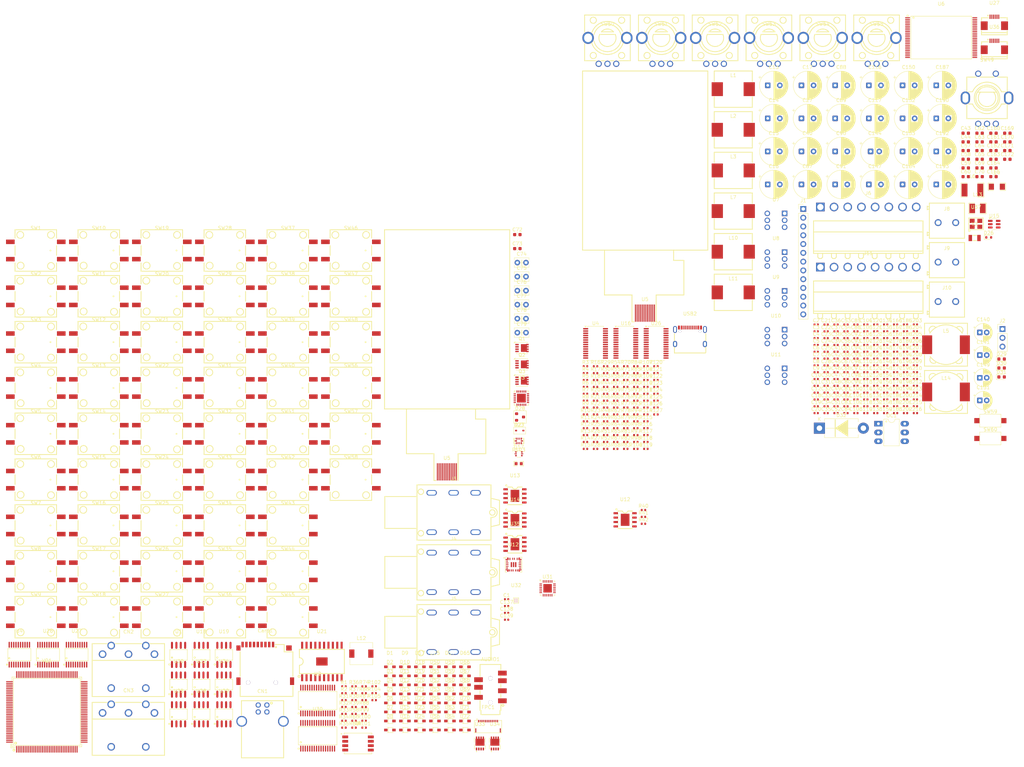
<source format=kicad_pcb>
(kicad_pcb (version 20241229) (generator "pcbnew") (generator_version "9.0")
  (layers (0 "F.Cu" signal) (4 "In1.Cu" signal) (6 "In2.Cu" signal) (2 "B.Cu" signal) (13 "F.Paste" user) (15 "B.Paste" user) (5 "F.SilkS" user "F.Silkscreen") (7 "B.SilkS" user "B.Silkscreen") (1 "F.Mask" user) (3 "B.Mask" user) (25 "Edge.Cuts" user))
  (net 0 "")
  (net 1 "HEADPHONE GPIO L")
  (net 3 "HEADPHONE GPIO R")
  (net 4 "HEADPHONE AMP L")
  (net 5 "HEADPHONE AMP R")
  (net 7 "GND")
  (net 8 "VBUS")
  (net 9 "Net-(C72-Pad2)")
  (net 10 "Net-(U24-IN1+)")
  (net 11 "SPEAKER SUM BUFF")
  (net 12 "Net-(C74-Pad2)")
  (net 13 "Net-(U25-IN1+)")
  (net 14 "Net-(C75-Pad1)")
  (net 15 "Net-(U24-IN2+)")
  (net 16 "Net-(U25-IN2+)")
  (net 17 "Net-(U32-CC2)")
  (net 18 "Net-(U32-CC1)")
  (net 19 "+3.3V")
  (net 20 "Main On{slash}Off Switch")
  (net 21 "Net-(U4-CAPP)")
  (net 22 "RX MIDI")
  (net 23 "Net-(U4-VCOM{slash}DEMP)")
  (net 24 "SUB AMP N")
  (net 25 "SUB AMP P")
  (net 26 "Net-(C36-Pad2)")
  (net 27 "Net-(C37-Pad1)")
  (net 28 "Net-(U26-CAPP)")
  (net 29 "Net-(U26-VCOM{slash}DEMP)")
  (net 30 "STEREO OUT DAC L")
  (net 31 "STEREO OUT DAC R")
  (net 38 "Net-(U3-VCC)")
  (net 39 "Net-(U3-CMOD)")
  (net 41 "TWEET AMP P")
  (net 42 "TWEET AMP N")
  (net 45 "Net-(C122-Pad2)")
  (net 47 "Net-(C123-Pad1)")
  (net 48 "WOOF AMP P")
  (net 49 "WOOF AMP N")
  (net 51 "Net-(C129-Pad2)")
  (net 52 "Mayor")
  (net 53 "Net-(D1-A)")
  (net 54 "7th")
  (net 55 "Net-(D2-A)")
  (net 56 "Net-(D3-A)")
  (net 57 "Extention")
  (net 58 "Net-(D4-A)")
  (net 59 "Net-(D5-A)")
  (net 60 "Net-(D6-A)")
  (net 61 "Net-(D7-A)")
  (net 62 "Net-(D8-A)")
  (net 63 "Net-(D9-A)")
  (net 64 "Net-(D10-A)")
  (net 65 "Net-(D11-A)")
  (net 66 "Net-(D12-A)")
  (net 67 "Net-(D13-A)")
  (net 68 "Net-(D14-A)")
  (net 69 "Net-(D15-A)")
  (net 70 "Net-(D16-A)")
  (net 71 "Net-(D17-A)")
  (net 72 "Net-(D18-A)")
  (net 73 "Net-(D19-A)")
  (net 74 "Net-(D20-A)")
  (net 75 "Net-(D21-A)")
  (net 76 "Net-(D22-A)")
  (net 77 "Net-(D23-A)")
  (net 78 "Net-(D24-A)")
  (net 79 "Net-(D25-A)")
  (net 80 "Net-(D28-A)")
  (net 81 "Net-(D28-K)")
  (net 83 "Net-(D50-A)")
  (net 84 "Net-(D51-A)")
  (net 85 "Net-(D52-A)")
  (net 86 "Net-(D53-A)")
  (net 87 "Net-(D54-A)")
  (net 88 "Net-(D55-A)")
  (net 89 "Net-(D56-A)")
  (net 90 "Net-(D57-A)")
  (net 91 "Net-(D58-A)")
  (net 92 "Net-(D59-A)")
  (net 93 "Net-(D60-A)")
  (net 94 "Minor")
  (net 95 "Net-(D61-A)")
  (net 96 "Net-(D62-A)")
  (net 97 "Net-(D63-A)")
  (net 98 "Net-(D64-A)")
  (net 99 "Net-(D65-A)")
  (net 100 "Net-(D66-A)")
  (net 101 "Net-(D67-A)")
  (net 102 "Net-(D68-A)")
  (net 103 "Net-(D69-A)")
  (net 104 "Net-(D70-A)")
  (net 105 "Net-(D71-A)")
  (net 106 "Net-(D72-A)")
  (net 107 "Net-(C130-Pad1)")
  (net 108 "Net-(C131-Pad2)")
  (net 109 "Net-(C144-Pad1)")
  (net 111 "Net-(U15-BOOT)")
  (net 112 "Net-(U15-SW)")
  (net 113 "Net-(U16-LDOO)")
  (net 114 "Net-(U16-VNEG)")
  (net 115 "Net-(U16-CAPP)")
  (net 116 "Net-(U16-CAPM)")
  (net 117 "Net-(U16-VCOM{slash}DEMP)")
  (net 118 "SPEAKER DAC R")
  (net 119 "SPEAKER DAC L")
  (net 120 "Net-(C208-Pad1)")
  (net 122 "STEREO BUFF R")
  (net 123 "STEREO GPIO R")
  (net 129 "STEREO GPIO L{slash}MONO")
  (net 130 "STEREO BUFF L{slash}MONO")
  (net 134 "Net-(VQ1-PH1-OSC_OUT)")
  (net 136 "Net-(VQ1-PH0-OSC_IN)")
  (net 137 "Net-(U31-SRP)")
  (net 138 "Net-(U31-PH)")
  (net 139 "Net-(Q2-D)")
  (net 140 "Net-(Q1-G)")
  (net 141 "Net-(U31-ACP)")
  (net 142 "Net-(Q3-G)")
  (net 143 "SYS")
  (net 144 "+BATT")
  (net 145 "SDA USB")
  (net 146 "SCL USB")
  (net 147 "Net-(U35-FB)")
  (net 148 "+5V")
  (net 149 "Net-(U35-VCC)")
  (net 150 "PG")
  (net 151 "Net-(U13-VCC)")
  (net 152 "Net-(U13-FB)")
  (net 153 "Net-(U14-VCC)")
  (net 154 "Net-(U14-FB)")
  (net 155 "+12V")
  (net 156 "INT_N USB")
  (net 157 "Net-(U31-ISET1)")
  (net 158 "Net-(U31-ISET2)")
  (net 159 "Net-(U31-ACSET)")
  (net 160 "Net-(D29-A)")
  (net 161 "Net-(D30-A)")
  (net 162 "Net-(D31-A)")
  (net 163 "Net-(U31-TS)")
  (net 164 "Net-(R102-Pad1)")
  (net 165 "Chord A")
  (net 166 "Chord C")
  (net 167 "Chord Db")
  (net 168 "Chord D")
  (net 169 "Chord Eb")
  (net 170 "Chord E")
  (net 171 "Chord F")
  (net 172 "Chord Gb")
  (net 173 "Chord G")
  (net 174 "Chord Ab")
  (net 175 "Chord Bb")
  (net 176 "Chord B")
  (net 177 "Net-(VQ1-PC14-OSC32_IN)")
  (net 178 "Net-(VQ1-PC15-OSC32_OUT)")
  (net 179 "SD D3")
  (net 180 "SD D0")
  (net 181 "SD D1")
  (net 182 "SD D2")
  (net 183 "SD CMD")
  (net 184 "SD CLX")
  (net 185 "Net-(D26-A)")
  (net 186 "Net-(CN2-Pad4)")
  (net 187 "Net-(CN3-Pad5)")
  (net 188 "Net-(CN3-Pad4)")
  (net 189 "STEREO BUFF L")
  (net 190 "STEREO DAC R")
  (net 191 "-12V")
  (net 192 "STEREO DAC L")
  (net 193 "Net-(U2-BSPR)")
  (net 194 "Net-(U2-RINP)")
  (net 195 "Net-(U2-GAIN{slash}SLV)")
  (net 196 "{slash}SD SUB")
  (net 197 "Net-(U2-BSNL)")
  (net 198 "Net-(U2-OUTNL)")
  (net 199 "Net-(U2-BSNR)")
  (net 200 "MUTE SUB")
  (net 201 "Net-(U2-GVDD)")
  (net 202 "Net-(U2-BSPL)")
  (net 203 "Net-(U2-OUTNR)")
  (net 204 "Net-(U2-SYNC)")
  (net 205 "Net-(U2-RINN)")
  (net 207 "Net-(D26-K)")
  (net 208 "LCD RESET")
  (net 209 "LCD CS")
  (net 210 "LCD RS")
  (net 211 "LCD SCL")
  (net 212 "LCD SDA")
  (net 213 "SS 2")
  (net 214 "SS 4")
  (net 215 "SS 6")
  (net 216 "SS 7")
  (net 217 "SS 12")
  (net 218 "SS 1")
  (net 219 "SS 8")
  (net 220 "SS 0")
  (net 222 "SS 9")
  (net 223 "SS 11")
  (net 224 "SS 3")
  (net 225 "SS 5")
  (net 226 "SS 10")
  (net 227 "IOFF 14")
  (net 228 "IOFF 15")
  (net 229 "IOFF 13")
  (net 230 "PEDAL GPIO")
  (net 231 "Net-(U4-VNEG)")
  (net 232 "Net-(U4-OUTL)")
  (net 234 "Net-(U4-CAPM)")
  (net 236 "Net-(U4-LDOO)")
  (net 238 "+3.3VA")
  (net 241 "Net-(U4-OUTR)")
  (net 288 "Net-(U13-SW)")
  (net 289 "Net-(U13-BOOT)")
  (net 290 "Net-(U14-SW)")
  (net 291 "Net-(U14-BOOT)")
  (net 292 "Net-(USB2-DN1)")
  (net 293 "Net-(L8-Pad4)")
  (net 294 "Net-(L8-Pad3)")
  (net 295 "Net-(USB2-DP1)")
  (net 296 "MONO BUFF")
  (net 297 "Net-(U18-IN2-)")
  (net 298 "SUB SUM BUFF N")
  (net 299 "Net-(U19-IN1-)")
  (net 300 "Net-(U19-IN2-)")
  (net 301 "Net-(U19-IN2+)")
  (net 302 "Net-(U19-IN1+)")
  (net 303 "TWEET SUM BUFF N")
  (net 304 "Net-(U20-IN2-)")
  (net 307 "Net-(U21-RIN+)")
  (net 311 "Net-(U21-LIN-)")
  (net 317 "Net-(U21-LIN+)")
  (net 318 "Net-(U21-RIN-)")
  (net 320 "WOOF SUM BUFF N")
  (net 321 "Net-(U22-IN2+)")
  (net 322 "Net-(U22-IN1-)")
  (net 323 "Net-(U22-IN2-)")
  (net 329 "TWEET SUM BUFF")
  (net 330 "SUB SUM BUFF")
  (net 331 "WOOF SUM BUFF")
  (net 332 "Net-(U25-IN1-)")
  (net 333 "Net-(U26-OUTL)")
  (net 335 "Net-(U26-VNEG)")
  (net 337 "Net-(U26-LDOO)")
  (net 338 "Net-(U26-CAPM)")
  (net 342 "Net-(U26-OUTR)")
  (net 343 "Net-(U27-VNEG)")
  (net 344 "Net-(U27-OUTR)")
  (net 345 "Net-(U27-CAPM)")
  (net 348 "Net-(U27-OUTL)")
  (net 350 "Net-(U27-LDOO)")
  (net 353 "Net-(U28-IN2-)")
  (net 354 "HEADPHONE DAC L")
  (net 355 "HEADPHONE BUFF L P")
  (net 356 "HEADPHONE BUFF L N")
  (net 357 "Net-(U28-IN2+)")
  (net 358 "HEADPHONE BUFF R P")
  (net 359 "Net-(U29-IN2+)")
  (net 360 "Net-(U29-IN2-)")
  (net 361 "HEADPHONE BUFF R N")
  (net 362 "HEADPHONE DAC R")
  (net 363 "Net-(U30-OUTNL)")
  (net 364 "Net-(U30-GVDD)")
  (net 365 "Net-(U30-SYNC)")
  (net 366 "{slash}SD TWEET{slash}WOOF")
  (net 367 "Net-(U30-OUTNR)")
  (net 368 "Net-(U30-BSNR)")
  (net 369 "Net-(U30-RINN)")
  (net 370 "Net-(U30-GAIN{slash}SLV)")
  (net 371 "MUTE TWEET{slash}WOOF")
  (net 372 "Net-(U30-BSPR)")
  (net 373 "Net-(U30-BSPL)")
  (net 374 "Net-(U30-RINP)")
  (net 375 "Net-(U30-OUTPL)")
  (net 376 "Net-(U30-LINN)")
  (net 377 "Net-(U30-LINP)")
  (net 378 "Net-(U30-BSNL)")
  (net 379 "Net-(U30-OUTPR)")
  (net 380 "Net-(U31-CE)")
  (net 381 "Net-(U31-TTC)")
  (net 382 "Net-(U31-VCC)")
  (net 383 "Net-(U31-HIDRV)")
  (net 384 "Net-(U31-LODRV)")
  (net 385 "Net-(U31-~{BATDRV})")
  (net 386 "Net-(D29-K)")
  (net 387 "Net-(D30-K)")
  (net 388 "Net-(U31-~{ACDRV})")
  (net 389 "Net-(U31-VFB)")
  (net 390 "Net-(D31-K)")
  (net 392 "Net-(U35-SW)")
  (net 393 "Net-(U35-BOOT)")
  (net 394 "SDA I2C1")
  (net 395 "SCL I2C1")
  (net 397 "Net-(R43-Pad1)")
  (net 398 "Net-(U15-FB)")
  (net 399 "Net-(U16-OUTR)")
  (net 400 "Net-(U16-OUTL)")
  (net 401 "RY{slash}#BY")
  (net 403 "Net-(R55-Pad1)")
  (net 404 "IO7")
  (net 405 "Net-(R56-Pad1)")
  (net 406 "IO6")
  (net 407 "Net-(R57-Pad1)")
  (net 408 "IO5")
  (net 409 "Net-(R106-Pad1)")
  (net 410 "IO4")
  (net 411 "Net-(R107-Pad1)")
  (net 412 "IO3")
  (net 413 "Net-(R108-Pad1)")
  (net 414 "IO2")
  (net 415 "IO1")
  (net 416 "Net-(R109-Pad1)")
  (net 417 "Net-(R110-Pad1)")
  (net 418 "IO0")
  (net 419 "SD CD")
  (net 420 "Net-(VQ1-BOOT0)")
  (net 421 "Net-(VQ1-PA9)")
  (net 422 "Net-(R122-Pad2)")
  (net 423 "TX MIDI")
  (net 424 "Net-(VQ1-NRST)")
  (net 425 "Func Encoder A")
  (net 426 "Func Encoder B")
  (net 427 "Main Volume Encoder A")
  (net 428 "Main Volume Encoder B")
  (net 429 "Chords Volume Encoder B")
  (net 430 "Chords Volume Encoder A")
  (net 431 "Touch Pad Volume Encoder B")
  (net 432 "Touch Pad Volume Encoder A")
  (net 433 "Rythm Volume Encoder B")
  (net 434 "Rythm Volume Encoder A")
  (net 435 "Keyboard Volume Encoder A")
  (net 436 "Keyboard Volume Encoder B")
  (net 437 "Vibrato Encoder B")
  (net 438 "Vibrato Encoder A")
  (net 439 "Next Chord Switch")
  (net 440 "Octave Up Switch")
  (net 441 "Octave Down Switch")
  (net 442 "SS XRES GPIO")
  (net 443 "SDA I2C2")
  (net 444 "GPIO4 HEADPHONE")
  (net 445 "GPIO3 HEADPHONE")
  (net 446 "SCL I2C2")
  (net 447 "DIN HEADPHONE")
  (net 448 "BCK HEADPHONE")
  (net 450 "GPIO6 HEADPHONE")
  (net 451 "GPIO5 HEADPHONE")
  (net 452 "LRCK HEADPHONE")
  (net 455 "#RE")
  (net 471 "#WE")
  (net 476 "#CE")
  (net 478 "CLE")
  (net 479 "ALE")
  (net 499 "Recording Mode Switch")
  (net 501 "GPIO6 SPEAKER")
  (net 502 "DIN SPEAKER")
  (net 503 "GPIO3 SPEAKER")
  (net 504 "GPIO5 SPEAKER")
  (net 505 "LRCK SPEAKER")
  (net 507 "BCK SPEAKER")
  (net 508 "GPIO4 SPEAKER")
  (net 509 "STEREO{slash}MONO GPIO")
  (net 511 "BCK STEREO OUT")
  (net 512 "GPIO4 STEREO OUT")
  (net 513 "GPIO5 STEREO OUT")
  (net 514 "GPIO3 STEREO OUT")
  (net 515 "LRCK STEREO OUT")
  (net 516 "DIN STEREO OUT")
  (net 517 "GPIO6 STEREO OUT")
  (net 518 "SDA I2C4")
  (net 519 "SCL I2C4")
  (net 520 "DP USB")
  (net 521 "DN USB")
  (net 522 "DN USB 2")
  (net 523 "DP USB 2")
  (net 524 "INT_N USB 2")
  (net 527 "Func Switch")
  (net 528 "Net-(U12-VCC)")
  (net 529 "Net-(U12-FB)")
  (net 530 "Net-(U12-SW)")
  (net 531 "Net-(U12-BOOT)")
  (footprint "Resistor_SMD:R_0402_1005Metric" (layer "F.Cu") (at 210.705113 88.37)
    (property "Reference" "R63")
    (property "Value" "6K")
  )
  (footprint "Capacitor_SMD:C_0603_1608Metric" (layer "F.Cu") (at 319.935113 15.11)
    (property "Reference" "C164")
    (property "Value" "10uF")
  )
  (footprint "Package_SO:Vishay_PowerPAK_1212-8_Single" (layer "F.Cu") (at 183.615 71.895)
    (property "Reference" "Q2")
    (property "Value" "Si7617DN")
  )
  (footprint "Resistor_SMD:R_0402_1005Metric" (layer "F.Cu") (at 132.145 176.935)
    (property "Reference" "R35")
    (property "Value" "100K")
  )
  (footprint "lcsc:SW-SMD_4P-L12.0-W12.0-P5.00-LS15.4" (layer "F.Cu") (at 79.49 52.225)
    (property "Reference" "SW20")
    (property "Value" "TS-1003ST-26")
  )
  (footprint "Capacitor_SMD:C_0402_1005Metric" (layer "F.Cu") (at 277.285113 62.35)
    (property "Reference" "C54")
    (property "Value" "0.1uF")
  )
  (footprint "PCM_Package_TO_SOT_SMD_AKL:SOT-23" (layer "F.Cu") (at 183.06 87.12)
    (property "Reference" "D28")
    (property "Value" "BAT54" (hide yes))
  )
  (footprint "lcsc:USB-C-SMD_TYPE-C-6PIN-2MD-073" (layer "F.Cu") (at 232.190113 63.635)
    (property "Reference" "USB2")
    (property "Value" "TYPE-C 16PIN 2MD(073)")
  )
  (footprint "Resistor_SMD:R_0402_1005Metric" (layer "F.Cu") (at 216.525113 88.37)
    (property "Reference" "R95")
    (property "Value" "100K")
  )
  (footprint "PCM_Capacitor_THT_AKL:C_Rect_L4.0mm_W2.5mm_P2.50mm" (layer "F.Cu") (at 182.275 42.475)
    (property "Reference" "C74")
    (property "Value" "5.6nF" (hide yes))
  )
  (footprint "Resistor_SMD:R_0402_1005Metric" (layer "F.Cu") (at 213.615113 82.4)
    (property "Reference" "R76")
    (property "Value" "1K")
  )
  (footprint "lcsc:SOD-323_L1.8-W1.3-LS2.5-RD" (layer "F.Cu") (at 145.43 161.955)
    (property "Reference" "D2")
    (property "Value" "1N4148WS_C917117")
  )
  (footprint "Capacitor_SMD:C_0402_1005Metric" (layer "F.Cu") (at 280.155113 68.26)
    (property "Reference" "C94")
    (property "Value" "0.1uF")
  )
  (footprint "Capacitor_SMD:C_0603_1608Metric" (layer "F.Cu") (at 315.925113 12.6)
    (property "Reference" "C65")
    (property "Value" "220nF")
  )
  (footprint "Capacitor_SMD:C_0402_1005Metric" (layer "F.Cu") (at 288.765113 66.29)
    (property "Reference" "C142")
    (property "Value" "0.1uF")
  )
  (footprint "Resistor_SMD:R_0402_1005Metric" (layer "F.Cu") (at 210.705113 78.42)
    (property "Reference" "R57")
    (property "Value" "22")
  )
  (footprint "Capacitor_SMD:C_0402_1005Metric" (layer "F.Cu") (at 274.415113 84.02)
    (property "Reference" "C51")
    (property "Value" "0.1uF")
  )
  (footprint "Capacitor_SMD:C_0603_1608Metric" (layer "F.Cu") (at 315.925113 5.07)
    (property "Reference" "C62")
    (property "Value" "220nF")
  )
  (footprint "lcsc:DSBGA-9_L1.4-W1.3-R3-C3-P0.40-BL" (layer "F.Cu") (at 181.915 140.175)
    (property "Reference" "U32")
    (property "Value" "TUSB422IYFPR")
  )
  (footprint "Resistor_SMD:R_0402_1005Metric" (layer "F.Cu") (at 210.705113 84.39)
    (property "Reference" "R61")
    (property "Value" "6K")
  )
  (footprint "lcsc:SOD-323_L1.8-W1.3-LS2.5-RD" (layer "F.Cu") (at 145.43 175.005)
    (property "Reference" "D7")
    (property "Value" "1N4148WS_C917117")
  )
  (footprint "lcsc:SW-SMD_4P-L12.0-W12.0-P5.00-LS15.4" (layer "F.Cu") (at 61.27 52.225)
    (property "Reference" "SW11")
    (property "Value" "TS-1003ST-26")
  )
  (footprint "Capacitor_SMD:C_0402_1005Metric" (layer "F.Cu") (at 288.765113 82.05)
    (property "Reference" "C157")
    (property "Value" "0.1uF")
  )
  (footprint "Capacitor_SMD:C_0402_1005Metric" (layer "F.Cu") (at 288.765113 64.32)
    (property "Reference" "C136")
    (property "Value" "0.1uF")
  )
  (footprint "Resistor_SMD:R_0402_1005Metric" (layer "F.Cu") (at 222.345113 78.42)
    (property "Reference" "R123")
    (property "Value" "220")
  )
  (footprint "lcsc:SOD-323_L1.8-W1.3-LS2.5-RD" (layer "F.Cu") (at 162.79 169.785)
    (property "Reference" "D61")
    (property "Value" "1N4148WS_C917117")
  )
  (footprint "Capacitor_SMD:C_0402_1005Metric" (layer "F.Cu") (at 277.285113 80.08)
    (property "Reference" "C81")
    (property "Value" "2.2uF")
  )
  (footprint "Resistor_SMD:R_0402_1005Metric" (layer "F.Cu") (at 207.795113 74.44)
    (property "Reference" "R30")
    (property "Value" "10K")
  )
  (footprint "lcsc:IND-SMD_L12.3-W12.3" (layer "F.Cu") (at 306.210113 79.87)
    (property "Reference" "L14")
    (property "Value" "15uH")
  )
  (footprint "Capacitor_SMD:C_0402_1005Metric" (layer "F.Cu") (at 291.635113 68.26)
    (property "Reference" "C174")
    (property "Value" "22uF")
  )
  (footprint "lcsc:SW-TH_6P-L7.0-W7.0-P2.00_7-7-ZS" (layer "F.Cu") (at 257.050113 63.855)
    (property "Reference" "U10")
    (property "Value" "~")
  )
  (footprint "PCM_Capacitor_THT_AKL:C_Rect_L4.0mm_W2.5mm_P2.50mm" (layer "F.Cu") (at 182.275 62.725)
    (property "Reference" "C79")
    (property "Value" "5.6nF" (hide yes))
  )
  (footprint "Package_SO:TSSOP-28_4.4x9.7mm_P0.65mm" (layer "F.Cu") (at 222.395113 65.83)
    (property "Reference" "U26")
    (property "Value" "PCM5122PW")
  )
  (footprint "Capacitor_SMD:C_0402_1005Metric" (layer "F.Cu") (at 283.025113 84.02)
    (property "Reference" "C118")
    (property "Value" "680nF")
  )
  (footprint "Capacitor_SMD:C_0402_1005Metric" (layer "F.Cu") (at 271.545113 66.29)
    (property "Reference" "C24")
    (property "Value" "1uF")
  )
  (footprint "lcsc:SW-SMD_4P-L12.0-W12.0-P5.00-LS15.4" (layer "F.Cu") (at 115.93 144.975)
    (property "Reference" "SW45")
    (property "Value" "TS-1003ST-26")
  )
  (footprint "lcsc:SOD-323_L1.8-W1.3-LS2.5-RD" (layer "F.Cu") (at 154.11 167.175)
    (property "Reference" "D20")
    (property "Value" "1N4148WS_C917117")
  )
  (footprint "Capacitor_SMD:C_0402_1005Metric" (layer "F.Cu") (at 288.765113 84.02)
    (property "Reference" "C158")
    (property "Value" "0.1uF")
  )
  (footprint "lcsc:SOD-323_L1.8-W1.3-LS2.5-RD" (layer "F.Cu") (at 145.43 177.615)
    (property "Reference" "D8")
    (property "Value" "1N4148WS_C917117")
  )
  (footprint "Capacitor_SMD:C_0402_1005Metric" (layer "F.Cu") (at 268.675113 78.11)
    (property "Reference" "C11")
    (property "Value" "2.2uF")
  )
  (footprint "lcsc:SOD-323_L1.8-W1.3-LS2.5-RD" (layer "F.Cu") (at 145.43 169.785)
    (property "Reference" "D5")
    (property "Value" "1N4148WS_C917117")
  )
  (footprint "Capacitor_SMD:C_0603_1608Metric" (layer "F.Cu") (at 315.925113 7.58)
    (property "Reference" "C63")
    (property "Value" "10uF")
  )
  (footprint "Capacitor_SMD:C_0402_1005Metric" (layer "F.Cu") (at 285.895113 60.38)
    (property "Reference" "C120")
    (property "Value" "1uF")
  )
  (footprint "Capacitor_SMD:C_0402_1005Metric" (layer "F.Cu") (at 274.415113 76.14)
    (property "Reference" "C47")
    (property "Value" "0.1uF")
  )
  (footprint "Resistor_SMD:R_0402_1005Metric" (layer "F.Cu") (at 210.705113 94.34)
    (property "Reference" "R67")
    (property "Value" "6K")
  )
  (footprint "Capacitor_SMD:C_0402_1005Metric" (layer "F.Cu") (at 285.895113 72.2)
    (property "Reference" "C126")
    (property "Value" "680nF")
  )
  (footprint "lcsc:SOD-323_L1.8-W1.3-LS2.5-RD" (layer "F.Cu") (at 158.45 169.785)
    (property "Reference" "D53")
    (property "Value" "1N4148WS_C917117")
  )
  (footprint "Resistor_SMD:R_0402_1005Metric" (layer "F.Cu") (at 213.615113 92.35)
    (property "Reference" "R81")
    (property "Value" "1K")
  )
  (footprint "lcsc:HSOP-20_L12.8-W7.5-P1.27-LS10.3-BL-EP3.3" (layer "F.Cu") (at 125.765 157.8)
    (property "Reference" "U21")
    (property "Value" "TPA6120A2DWP")
  )
  (footprint "lcsc:SW-SMD_4P-L12.0-W12.0-P5.00-LS15.4" (layer "F.Cu") (at 79.49 118.475)
    (property "Reference" "SW25")
    (property "Value" "TS-1003ST-26")
  )
  (footprint "lcsc:PDFN-8_L3.1-W3.1-P0.65-LS3.4-BL" (layer "F.Cu") (at 175.765 181.5)
    (property "Reference" "U34")
    (property "Value" "SIS412DN-T1-GE3-ES")
  )
  (footprint "lcsc:SW-SMD_4P-L12.0-W12.0-P5.00-LS15.4" (layer "F.Cu") (at 43.05 118.475)
    (property "Reference" "SW7")
    (property "Value" "TS-1003ST-26")
  )
  (footprint "lcsc:SW-SMD_4P-L12.0-W12.0-P5.00-LS15.4" (layer "F.Cu") (at 115.93 78.725)
    (property "Reference" "SW40")
    (property "Value" "TS-1003ST-26")
  )
  (footprint "Resistor_SMD:R_0402_1005Metric" (layer "F.Cu") (at 207.795113 82.4)
    (property "Reference" "R46")
    (property "Value" "470K")
  )
  (footprint "Capacitor_SMD:C_0603_1608Metric" (layer "F.Cu") (at 311.915113 15.11)
    (property "Reference" "C59")
    (property "Value" "22uF")
  )
  (footprint "Resistor_SMD:R_0402_1005Metric" (layer "F.Cu") (at 201.975113 84.39)
    (property "Reference" "R9")
    (property "Value" "47k")
  )
  (footprint "Resistor_SMD:R_0402_1005Metric" (layer "F.Cu") (at 219.435113 96.33)
    (property "Reference" "R119")
    (property "Value" "10k")
  )
  (footprint "Capacitor_SMD:C_0402_1005Metric" (layer "F.Cu") (at 274.415113 60.38)
    (property "Reference" "C36")
    (property "Value" "10nF")
  )
  (footprint "lcsc:SOD-323_L1.8-W1.3-LS2.5-RD" (layer "F.Cu") (at 167.13 164.565)
    (property "Reference" "D67")
    (property "Value" "1N4148WS_C917117")
  )
  (footprint "Resistor_SMD:R_0402_1005Metric" (layer "F.Cu") (at 201.975113 94.34)
    (property "Reference" "R14")
    (property "Value" "3.3")
  )
  (footprint "Capacitor_SMD:C_0402_1005Metric" (layer "F.Cu") (at 280.155113 66.29)
    (property "Reference" "C93")
    (property "Value" "2.2uF")
  )
  (footprint "lcsc:SOIC-8_L4.9-W3.9-P1.27-LS6.0-BL" (layer "F.Cu") (at 97.44 155.895)
    (property "Reference" "U19")
    (property "Value" "NE5532DR")
  )
  (footprint "Capacitor_THT:CP_Radial_D8.0mm_P3.50mm" (layer "F.Cu") (at 303.393301 19.88)
    (property "Reference" "C193")
    (property "Value" "10uF")
  )
  (footprint "PCM_Capacitor_THT_AKL:C_Rect_L4.0mm_W2.5mm_P2.50mm" (layer "F.Cu") (at 182.275 54.625)
    (property "Reference" "C77")
    (property "Value" "82nF" (hide yes))
  )
  (footprint "Resistor_SMD:R_0402_1005Metric" (layer "F.Cu") (at 216.525113 90.36)
    (property "Reference" "R96")
    (property "Value" "0.01")
  )
  (footprint "Capacitor_SMD:C_0402_1005Metric" (layer "F.Cu") (at 268.675113 68.26)
    (property "Reference" "C6")
    (property "Value" "0.1uF")
  )
  (footprint "Resistor_SMD:R_0402_1005Metric" (layer "F.Cu") (at 132.145 170.965)
    (property "Reference" "R32")
    (property "Value" "24.9K")
  )
  (footprint "Resistor_SMD:R_0402_1005Metric" (layer "F.Cu") (at 210.705113 76.43)
    (property "Reference" "R56")
    (property "Value" "22")
  )
  (footprint "Capacitor_SMD:C_0402_1005Metric" (layer "F.Cu") (at 277.285113 84.02)
    (property "Reference" "C83")
    (property "Value" "0.1uF")
  )
  (footprint "lcsc:IND-SMD_L4.8-W3.4" (layer "F.Cu") (at 313.845113 21.51)
    (property "Reference" "L6")
    (property "Value" "27uH")
  )
  (footprint "Capacitor_SMD:C_0402_1005Metric" (layer "F.Cu") (at 179.165 145.725)
    (property "Reference" "C139")
    (property "Value" "0.1uF")
  )
  (footprint "Capacitor_SMD:C_0402_1005Metric" (layer "F.Cu") (at 288.765113 70.23)
    (property "Reference" "C145")
    (property "Value" "0.1uF")
  )
  (footprint "lcsc:SOD-323_L1.8-W1.3-LS2.5-RD" (layer "F.Cu") (at 149.77 164.565)
    (property "Reference" "D11")
    (property "Value" "1N4148WS_C917117")
  )
  (footprint "lcsc:SOIC-8_L4.9-W3.9-P1.27-LS6.0-BL" (layer "F.Cu") (at 97.44 164.485)
    (property "Reference" "U24")
    (property "Value" "NE5532DR")
  )
  (footprint "lcsc:SW-SMD_4P-L12.0-W12.0-P5.00-LS15.4" (layer "F.Cu") (at 43.05 38.975)
    (property "Reference" "SW1")
    (property "Value" "TS-1003ST-26")
  )
  (footprint "Capacitor_SMD:C_0402_1005Metric" (layer "F.Cu") (at 297.375113 84.02)
    (property "Reference" "C215")
    (property "Value" "5.1pF")
  )
  (footprint "Resistor_SMD:R_0402_1005Metric" (layer "F.Cu") (at 213.615113 86.38)
    (property "Reference" "R78")
    (property "Value" "1K")
  )
  (footprint "lcsc:AUDIO-SMD_PJ-393" (layer "F.Cu") (at 174.5 165.165)
    (property "Reference" "AUDIO1")
    (property "Value" "PJ-393_C2837065")
  )
  (footprint "Capacitor_SMD:C_0402_1005Metric" (layer "F.Cu") (at 288.765113 62.35)
    (property "Reference" "C135")
    (property "Value" "0.1uF")
  )
  (footprint "Resistor_SMD:R_0402_1005Metric" (layer "F.Cu") (at 213.615113 76.43)
    (property "Reference" "R72")
    (property "Value" "6K")
  )
  (footprint "lcsc:SW-TH_EC12EXXXX" (layer "F.Cu") (at 286.130113 -18.75)
    (property "Reference" "SW55")
    (property "Value" "RotaryEncoder")
  )
  (footprint "Capacitor_SMD:C_0402_1005Metric" (layer "F.Cu") (at 297.375113 72.2)
    (property "Reference" "C209")
    (property "Value" "2.2uF")
  )
  (footprint "lcsc:SW-SMD_4P-L12.0-W12.0-P5.00-LS15.4" (layer "F.Cu") (at 97.71 38.975)
    (property "Reference" "SW28")
    (property "Value" "TS-1003ST-26")
  )
  (footprint "Resistor_SMD:R_0402_1005Metric" (layer "F.Cu") (at 204.885113 78.42)
    (property "Reference" "R19")
    (property "Value" "3.3")
  )
  (footprint "Capacitor_SMD:C_0603_1608Metric" (layer "F.Cu") (at 315.925113 15.11)
    (property "Reference" "C69")
    (property "Value" "47pF")
  )
  (footprint "lcsc:OLED-SMD_HS20HS072RX" (layer "F.Cu") (at 219.165113 57.08)
    (property "Reference" "U5")
    (property "Value" "HS20HS072RX")
  )
  (footprint "Capacitor_SMD:C_0402_1005Metric" (layer "F.Cu") (at 268.675113 72.2)
    (property "Reference" "C8")
    (property "Value" "0.1uF")
  )
  (footprint "lcsc:IND-SMD_L11.0-W10.5_SL1050-330M" (layer "F.Cu") (at 244.705113 -7.67)
    (property "Reference" "L1")
    (property "Value" "10uH")
  )
  (footprint "Capacitor_SMD:C_0402_1005Metric" (layer "F.Cu") (at 291.635113 80.08)
    (property "Reference" "C180")
    (property "Value" "0.1uF")
  )
  (footprint "Capacitor_SMD:C_0402_1005Metric" (layer "F.Cu") (at 268.675113 66.29)
    (property "Reference" "C5")
    (property "Value" "0.1uF")
  )
  (footprint "lcsc:SOD-323_L1.8-W1.3-LS2.5-RD" (layer "F.Cu") (at 154.11 177.615)
    (property "Reference" "D24")
    (property "Value" "1N4148WS_C917117")
  )
  (footprint "Capacitor_SMD:C_0402_1005Metric" (layer "F.Cu") (at 277.285113 60.38)
    (property "Reference" "C53")
    (property "Value" "0.1uF")
  )
  (footprint "lcsc:SW-SMD_4P-L12.0-W12.0-P5.00-LS15.4" (layer "F.Cu") (at 43.05 144.975)
    (property "Reference" "SW9")
    (property "Value" "TS-1003ST-26")
  )
  (footprint "lcsc:TF-SMD_TF-PUSH" (layer "F.Cu") (at 109.39 158.2)
    (property "Reference" "Card1")
    (property "Value" "TF PUSH")
  )
  (footprint "Capacitor_SMD:C_0402_1005Metric" (layer "F.Cu") (at 291.635113 60.38)
    (property "Reference" "C166")
    (property "Value" "1uF")
  )
  (footprint "Capacitor_SMD:C_0402_1005Metric" (layer "F.Cu") (at 277.285113 78.11)
    (property "Reference" "C80")
    (property "Value" "2.2uF")
  )
  (footprint "lcsc:SW-SMD_4P-L12.0-W12.0-P5.00-LS15.4" (layer "F.Cu") (at 115.93 52.225)
    (property "Reference" "SW38")
    (property "Value" "TS-1003ST-26")
  )
  (footprint "lcsc:UQFN-10_L2.0-W1.5-P0.50-BL-EP" (layer "F.Cu") (at 182.725 94.03)
    (property "Reference" "U23")
    (property "Value" "TS5A23159RSER")
  )
  (footprint "Resistor_SMD:R_0402_1005Metric" (layer "F.Cu") (at 222.345113 84.39)
    (property "Reference" "R126")
    (property "Value" "10k")
  )
  (footprint "lcsc:SW-TH_6P-L7.0-W7.0-P2.00_7-7-ZS" (layer "F.Cu") (at 257.050113 30.255)
    (property "Reference" "U7")
    (property "Value" "~")
  )
  (footprint "lcsc:SW-SMD_4P-L12.0-W12.0-P5.00-LS15.4" (layer "F.Cu") (at 115.93 131.725)
    (property "Reference" "SW44")
    (property "Value" "TS-1003ST-26")
  )
  (footprint "lcsc:SW-TH_6P-L7.0-W7.0-P2.00_7-7-ZS" (layer "F.Cu") (at 257.050113 75.055)
    (property "Reference" "U11")
    (property "Value" "~")
  )
  (footprint "PCM_Diode_THT_AKL:D_DO-201AD_P12.70mm_Horizontal" (layer "F.Cu") (at 269.615113 90.35)
    (property "Reference" "D32")
    (property "Value" "SB520" (hide yes))
  )
  (footprint "Capacitor_THT:CP_Radial_D8.0mm_P3.50mm" (layer "F.Cu") (at 264.414509 10.33)
    (property "Reference" "C40")
    (property "Value" "220uF")
  )
  (footprint "Resistor_SMD:R_0402_1005Metric" (layer "F.Cu") (at 204.885113 72.45)
    (property "Reference" "R16")
    (property "Value" "75k")
  )
  (footprint "Capacitor_SMD:C_0402_1005Metric" (layer "F.Cu") (at 291.635113 74.17)
    (property "Reference" "C177")
    (property "Value" "0.1uF")
  )
  (footprint "Capacitor_SMD:C_0402_1005Metric" (layer "F.Cu") (at 268.675113 76.14)
    (property "Reference" "C10")
    (property "Value" "0.1uF")
  )
  (footprint "lcsc:SOD-323_L1.8-W1.3-LS2.5-RD" (layer "F.Cu") (at 158.45 164.565)
    (property "Reference" "D51")
    (property "Value" "1N4148WS_C917117")
  )
  (footprint "lcsc:SW-SMD_4P-L12.0-W12.0-P5.00-LS15.4" (layer "F.Cu") (at 61.27 65.475)
    (property "Reference" "SW12")
    (property "Value" "TS-1003ST-26")
  )
  (footprint "lcsc:CONN-TH_DIN-504B-M10" (layer "F.Cu") (at 69.855 159.35)
    (property "Reference" "CN2")
    (property "Value" "DIN-504B-M10")
  )
  (footprint "Resistor_SMD:R_0402_1005Metric" (layer "F.Cu") (at 207.795113 86.38)
    (property "Reference" "R48")
    (property "Value" "470K")
  )
  (footprint "Capacitor_SMD:C_0402_1005Metric" (layer "F.Cu") (at 294.505113 80.08)
    (property "Reference" "C199")
    (property "Value" "100nF")
  )
  (footprint "lcsc:SW-SMD_4P-L12.0-W12.0-P5.00-LS15.4" (layer "F.Cu") (at 61.27 131.725)
    (property "Reference" "SW17")
    (property "Value" "TS-1003ST-26")
  )
  (footprint "lcsc:SW-SMD_4P-L12.0-W12.0-P5.00-LS15.4" (layer "F.Cu") (at 61.27 144.975)
    (property "Reference" "SW18")
    (property "Value" "TS-1003ST-26")
  )
  (footprint "Resistor_SMD:R_0402_1005Metric" (layer "F.Cu") (at 140.875 166.985)
    (property "Reference" "R104")
    (property "Value" "9.31K")
  )
  (footprint "Capacitor_SMD:C_0402_1005Metric" (layer "F.Cu") (at 294.505113 70.23)
    (property "Reference" "C194")
    (property "Value" "0.1uF")
  )
  (footprint "lcsc:SOD-323_L1.8-W1.3-LS2.5-RD" (layer "F.Cu") (at 158.45 177.615)
    (property "Reference" "D56")
    (property "Value" "1N4148WS_C917117")
  )
  (footprint "Resistor_SMD:R_0402_1005Metric" (layer "F.Cu") (at 219.435113 86.38)
    (property "Reference" "R114")
    (property "Value" "10K")
  )
  (footprint "lcsc:LQFP-144_L20.0-W20.0-P0.50-LS22.0-BL" (layer "F.Cu") (at 46.24 172.38)
    (property "Reference" "VQ1")
    (property "Value" "STM32H723ZGT6")
  )
  (footprint "lcsc:SOD-323_L1.8-W1.3-LS2.5-RD" (layer "F.Cu") (at 154.11 161.955)
    (property "Reference" "D18")
    (property "Value" "1N4148WS_C917117")
  )
  (footprint "Resistor_SMD:R_0402_1005Metric" (layer "F.Cu") (at 222.345113 82.4)
    (property "Reference" "R125")
    (property "Value" "10")
  )
  (footprint "Capacitor_SMD:C_0402_1005Metric" (layer "F.Cu") (at 277.285113 74.17)
    (property "Reference" "C68")
    (property "Value" "0.1uF")
  )
  (footprint "Resistor_SMD:R_0402_1005Metric" (layer "F.Cu") (at 219.435113 80.41)
    (property "Reference" "R111")
    (property "Value" "10K")
  )
  (footprint "lcsc:SOD-323_L1.8-W1.3-LS2.5-RD" (layer "F.Cu") (at 162.79 167.175)
    (property "Reference" "D60")
    (property "Value" "1N4148WS_C917117")
  )
  (footprint "lcsc:USB-B_TH_USB-B-FEMALE-90" (layer "F.Cu") (at 108.61 172.745)
    (property "Reference" "CN1")
    (property "Value" "USB-B-Female-90")
  )
  (footprint "Capacitor_SMD:C_0603_1608Metric" (layer "F.Cu") (at 323.945113 7.58)
    (property "Reference" "C170")
    (property "Value" "22uF")
  )
  (footprint "Capacitor_SMD:C_0402_1005Metric" (layer "F.Cu") (at 274.415113 64.32)
    (property "Reference" "C38")
    (property "Value" "1nF")
  )
  (footprint "lcsc:SOD-323_L1.8-W1.3-LS2.5-RD" (layer "F.Cu") (at 162.79 161.955)
    (property "Reference" "D58")
    (property "Value" "1N4148WS_C917117")
  )
  (footprint "Capacitor_SMD:C_0402_1005Metric" (layer "F.Cu") (at 271.545113 78.11)
    (property "Reference" "C31")
    (property "Value" "220nF")
  )
  (footprint "Capacitor_SMD:C_0402_1005Metric" (layer "F.Cu") (at 271.545113 62.35)
    (property "Reference" "C22")
    (property "Value" "1uF")
  )
  (footprint "Capacitor_SMD:C_0402_1005Metric" (layer "F.Cu") (at 271.545113 84.02)
    (property "Reference" "C34")
    (property "Value" "1uF")
  )
  (footprint "lcsc:ESOP-8_L4.9-W3.9-P1.27-LS6.0-TL-EP" (layer "F.Cu") (at 181.58 109.925)
    (property "Reference" "U13")
    (property "Value" "LMR33630ADDAR")
  )
  (footprint "lcsc:SW-SMD_4P-L12.0-W12.0-P5.00-LS15.4" (layer "F.Cu") (at 97.71 65.475)
    (property "Reference" "SW30")
    (property "Value" "TS-1003ST-26")
  )
  (footprint "LED_SMD:LED_0603_1608Metric" (layer "F.Cu") (at 322.285113 75.54)
    (property "Reference" "D31")
    (property "Value" "LED")
  )
  (footprint "Capacitor_SMD:C_0603_1608Metric" (layer "F.Cu") (at 315.925113 10.09)
    (property "Reference" "C64")
    (property "Value" "10uF")
  )
  (footprint "Resistor_SMD:R_0402_1005Metric" (layer "F.Cu") (at 204.885113 94.34)
    (property "Reference" "R27")
    (property "Value" "10K")
  )
  (footprint "Capacitor_SMD:C_0402_1005Metric" (layer "F.Cu") (at 285.895113 82.05)
    (property "Reference" "C131")
    (property "Value" "100nF")
  )
  (footprint "Resistor_SMD:R_0402_1005Metric" (layer "F.Cu") (at 213.615113 78.42)
    (property "Reference" "R73")
    (property "Value" "6K")
  )
  (footprint "lcsc:TSSOP-20_L6.5-W4.4-P0.65-LS6.4-BL" (layer "F.Cu") (at 46.565 155.84)
    (property "Reference" "U26")
    (property "Value" "PCM5102APWR")
  )
  (footprint "lcsc:QFN-24_L4.0-W4.0-P0.50-BL-EP2.6" (layer "F.Cu") (at 183.44 81.66)
    (property "Reference" "U3")
    (property "Value" "CY8CMBR3116-LQXIT")
  )
  (footprint "lcsc:SW-SMD_4P-L12.0-W12.0-P5.00-LS15.4" (layer "F.Cu") (at 43.05 52.225)
    (property "Reference" "SW2")
    (property "Value" "TS-1003ST-26")
  )
  (footprint "Capacitor_SMD:C_0402_1005Metric" (layer "F.Cu") (at 179.165 139.815)
    (property "Reference" "C1")
    (property "Value" "100nF")
  )
  (footprint "Capacitor_SMD:C_0402_1005Metric" (layer "F.Cu") (at 283.025113 62.35)
    (property "Reference" "C105")
    (property "Value" "1uF")
  )
  (footprint "Capacitor_SMD:C_0402_1005Metric" (layer "F.Cu") (at 294.505113 85.99)
    (property "Reference" "C202")
    (property "Value" "100nF")
  )
  (footprint "lcsc:SW-SMD_4P-L12.0-W12.0-P5.00-LS15.4" (layer "F.Cu") (at 43.05 131.725)
    (property "Reference" "SW8")
    (property "Value" "TS-1003ST-26")
  )
  (footprint "Capacitor_SMD:C_0402_1005Metric" (layer "F.Cu") (at 283.025113 68.26)
    (property "Reference" "C108")
    (property "Value" "1nF")
  )
  (footprint "Capacitor_THT:CP_Radial_D8.0mm_P3.50mm" (layer "F.Cu") (at 303.393301 0.78)
    (property "Reference" "C190")
    (property "Value" "10uF")
  )
  (footprint "lcsc:AUDIO-TH_PJ-625G" (layer "F.Cu") (at 163.85 149.355)
    (property "Reference" "J5")
    (property "Value" "PJ-625G")
  )
  (footprint "Capacitor_SMD:C_0402_1005Metric" (layer "F.Cu") (at 288.765113 76.14)
    (property "Reference" "C154")
    (property "Value" "22pF")
  )
  (footprint "Capacitor_SMD:C_0603_1608Metric" (layer "F.Cu") (at 319.935113 12.6)
    (property "Reference" "C163")
    (property "Value" "22uF")
  )
  (footprint "Button_Switch_SMD:SW_SPST_CK_RS282G05A3" (layer "F.Cu") (at 319.035113 88.17)
    (property "Reference" "SW59")
    (property "Value" "SW_Push")
  )
  (footprint "lcsc:TSOP-48_L12.0-W18.4-P0.50-LS20.0-TL" (layer "F.Cu") (at 304.820113 -22.585)
    (property "Reference" "U6")
    (property "Value" "W29N02KVSIAF")
  )
  (footprint "lcsc:SOIC-8_L4.9-W3.9-P1.27-LS6.0-BL" (layer "F.Cu") (at 84.33 164.485)
    (property "Reference" "U20")
    (property "Value" "NE5532DR")
  )
  (footprint "lcsc:SOD-323_L1.8-W1.3-LS2.5-RD" (layer "F.Cu") (at 149.77 159.345)
    (property "Reference" "D9")
    (property "Value" "1N4148WS_C917117")
  )
  (footprint "Inductor_SMD:L_6.3x6.3_H3" (layer "F.Cu") (at 137.165 155.525)
    (property "Reference" "L12")
    (property "Value" "6.8uH")
  )
  (footprint "Resistor_SMD:R_0402_1005Metric" (layer "F.Cu") (at 201.975113 80.41)
    (property "Reference" "R7")
    (property "Value" "10K")
  )
  (footprint "lcsc:SOD-323_L1.8-W1.3-LS2.5-RD" (layer "F.Cu") (at 162.79 175.005)
    (property "Reference" "D63")
    (property "Value" "1N4148WS_C917117")
  )
  (footprint "Capacitor_SMD:C_0402_1005Metric" (layer "F.Cu") (at 297.375113 62.35)
    (property "Reference" "C204")
    (property "Value" "100nF")
  )
  (footprint "Resistor_SMD:R_0402_1005Metric" (layer "F.Cu") (at 216.525113 76.43)
    (property "Reference" "R89")
    (property "Value" "1K")
  )
  (footprint "Capacitor_THT:CP_Radial_D8.0mm_P3.50mm" (layer "F.Cu") (at 274.159207 19.88)
    (property "Reference" "C91")
    (property "Value" "10uF")
  )
  (footprint "Resistor_SMD:R_0402_1005Metric" (layer "F.Cu") (at 137.965 166.985)
    (property "Reference" "R86")
    (property "Value" "22.1K")
  )
  (footprint "lcsc:SW-SMD_4P-L12.0-W12.0-P5.00-LS15.4" (layer "F.Cu") (at 97.71 118.475)
    (property "Reference" "SW34")
    (property "Value" "TS-1003ST-26")
  )
  (footprint "Resistor_SMD:R_0402_1005Metric" (layer "F.Cu") (at 213.615113 94.34)
    (property "Reference" "R82")
    (property "Value" "10K")
  )
  (footprint "PCM_Capacitor_THT_AKL:C_Rect_L4.0mm_W2.5mm_P2.50mm" (layer "F.Cu") (at 182.275 58.675)
    (property "Reference" "C78")
    (property "Value" "5.6nF" (hide yes))
  )
  (footprint "Capacitor_SMD:C_0402_1005Metric" (layer "F.Cu") (at 288.765113 78.11)
    (property "Reference" "C155")
    (property "Value" "0.1uF")
  )
  (footprint "Capacitor_THT:CP_Radial_D8.0mm_P3.50mm" (layer "F.Cu") (at 254.669811 19.88)
    (property "Reference" "C16")
    (property "Value" "10uF")
  )
  (footprint "Capacitor_SMD:C_0402_1005Metric" (layer "F.Cu") (at 297.375113 68.26)
    (property "Reference" "C207")
    (property "Value" "100nF")
  )
  (footprint "Resistor_SMD:R_0402_1005Metric" (layer "F.Cu") (at 204.885113 96.33)
    (property "Reference" "R28")
    (property "Value" "10K")
  )
  (footprint "Capacitor_SMD:C_0402_1005Metric" (layer "F.Cu") (at 294.505113 78.11)
    (property "Reference" "C198")
    (property "Value" "100nF")
  )
  (footprint "lcsc:R0603" (layer "F.Cu") (at 182.665 100.605)
    (property "Reference" "R103")
    (property "Value" "NTCG163JF103FT1S")
  )
  (footprint "lcsc:SOD-323_L1.8-W1.3-LS2.5-RD" (layer "F.Cu") (at 154.11 175.005)
    (property "Reference" "D23")
    (property "Value" "1N4148WS_C917117")
  )
  (footprint "Resistor_SMD:R_0402_1005Metric" (layer "F.Cu") (at 137.965 176.935)
    (property "Reference" "R101")
    (property "Value" "10K")
  )
  (footprint "Resistor_SMD:R_0402_1005Metric" (layer "F.Cu") (at 219.435113 72.45)
    (property "Reference" "R107")
    (property "Value" "22")
  )
  (footprint "Capacitor_SMD:C_0402_1005Metric" (layer "F.Cu") (at 268.675113 74.17)
    (property "Reference" "C9")
    (property "Value" "0.1uF")
  )
  (footprint "Capacitor_THT:CP_Radial_D8.0mm_P3.50mm" (layer "F.Cu") (at 274.159207 0.78)
    (property "Reference" "C89")
    (property "Value" "10uF")
  )
  (footprint "Capacitor_SMD:C_0402_1005Metric" (layer "F.Cu") (at 274.415113 80.08)
    (property "Reference" "C49")
    (property "Value" "0.1uF")
  )
  (footprint "Package_SO:TSSOP-28_4.4x9.7mm_P0.65mm" (layer "F.Cu") (at 213.645113 65.83)
    (property "Reference" "U16")
    (property "Value" "PCM5122PW")
  )
  (footprint "lcsc:SOIC-8_L4.9-W3.9-P1.27-LS6.0-BL" (layer "F.Cu") (at 84.33 155.895)
    (property "Reference" "U1")
    (property "Value" "NE5532DR")
  )
  (footprint "lcsc:SW-SMD_4P-L12.0-W12.0-P5.00-LS15.4" (layer "F.Cu") (at 79.49 91.975)
    (property "Reference" "SW23")
    (property "Value" "TS-1003ST-26")
  )
  (footprint "lcsc:HTSSOP-32_L11.0-W6.1-P0.65-LS8.1-BL" (layer "F.Cu") (at 124.54 169.095)
    (property "Reference" "U2")
    (property "Value" "TPA3116D2DAD_C2865736")
  )
  (footprint "lcsc:SOD-323_L1.8-W1.3-LS2.5-RD" (layer "F.Cu") (at 145.43 164.565)
    (property "Reference" "D3")
    (property "Value" "1N4148WS_C917117")
  )
  (footprint "Package_SO:Vishay_PowerPAK_1212-8_Single" (layer "F.Cu") (at 183.615 76.62)
    (property "Reference" "Q3")
    (property "Value" "Si7617DN")
  )
  (footprint "Resistor_SMD:R_0402_1005Metric" (layer "F.Cu") (at 216.525113 92.35)
    (property "Reference" "R97")
    (property "Value" "500K")
  )
  (footprint "lcsc:SW-SMD_4P-L12.0-W12.0-P5.00-LS15.4" (layer "F.Cu") (at 97.71 131.725)
    (property "Reference" "SW35")
    (property "Value" "TS-1003ST-26")
  )
  (footprint "lcsc:SW-SMD_4P-L12.0-W12.0-P5.00-LS15.4" (layer "F.Cu") (at 97.71 78.725)
    (property "Reference" "SW31")
    (property "Value" "TS-1003ST-26")
  )
  (footprint "Resistor_SMD:R_0402_1005Metric" (layer "F.Cu") (at 204.885113 88.37)
    (property "Reference" "R24")
    (property "Value" "3.3")
  )
  (footprint "Resistor_SMD:R_0402_1005Metric" (layer "F.Cu") (at 204.885113 74.44)
    (property "Reference" "R17")
    (property "Value" "100k")
  )
  (footprint "lcsc:CONN-TH_2P-P5.00_WJ500V-5.08-2P" (layer "F.Cu") (at 306.475113 42.33)
    (property "Reference" "J9")
    (property "Value" "Conn_01x02_Socket")
  )
  (footprint "Resistor_SMD:R_0402_1005Metric" (layer "F.Cu") (at 207.795113 90.36)
    (property "Reference" "R50")
    (property "Value" "10K")
  )
  (footprint "Resistor_SMD:R_0402_1005Metric" (layer "F.Cu") (at 204.885113 84.39)
    (property "Reference" "R22")
    (property "Value" "10K")
  )
  (footprint "lcsc:SOD-323_L1.8-W1.3-LS2.5-RD" (layer "F.Cu") (at 162.79 159.345)
    (property "Reference" "D57")
    (property "Value" "1N4148WS_C917117")
  )
  (footprint "Resistor_SMD:R_0402_1005Metric" (layer "F.Cu") (at 140.875 164.995)
    (property "Reference" "R102")
    (property "Value" "100K")
  )
  (footprint "lcsc:SW-SMD_4P-L12.0-W12.0-P5.00-LS15.4" (layer "F.Cu") (at 134.15 91.975)
    (property "Reference" "SW57")
    (property "Value" "TS-1003ST-26")
  )
  (footprint "Capacitor_SMD:C_0603_1608Metric" (layer "F.Cu") (at 311.915113 10.09)
    (property "Reference" "C57")
    (property "Value" "22uF")
  )
  (footprint "Capacitor_SMD:C_0402_1005Metric" (layer "F.Cu") (at 288.765113 72.2)
    (property "Reference" "C146")
    (property "Value" "0.1uF")
  )
  (footprint "Resistor_SMD:R_0402_1005Metric" (layer "F.Cu") (at 210.705113 86.38)
    (property "Reference" "R62")
    (property "Value" "6K")
  )
  (footprint "lcsc:SW-SMD_4P-L12.0-W12.0-P5.00-LS15.4" (layer "F.Cu") (at 115.93 118.475)
    (property "Reference" "SW43")
    (property "Value" "TS-1003ST-26")
  )
  (footprint "Capacitor_SMD:C_0402_1005Metric" (layer "F.Cu") (at 274.415113 74.17)
    (property "Reference" "C46")
    (property "Value" "0.1uF")
  )
  (footprint "Capacitor_SMD:C_0603_1608Metric" (layer "F.Cu") (at 323.945113 12.6)
    (property "Reference" "C172")
    (property "Value" "22uF")
  )
  (footprint "Capacitor_SMD:C_0402_1005Metric" (layer "F.Cu") (at 271.545113 60.38)
    (property "Reference" "C21")
    (property "Value" "1nF")
  )
  (footprint "lcsc:SOD-323_L1.8-W1.3-LS2.5-RD" (layer "F.Cu") (at 162.79 164.565)
    (property "Reference" "D59")
    (property "Value" "1N4148WS_C917117")
  )
  (footprint "Capacitor_SMD:C_0603_1608Metric" (layer "F.Cu") (at 319.935113 10.09)
    (property "Reference" "C162")
    (property "Value" "22uF")
  )
  (footprint "Resistor_SMD:R_0402_1005Metric" (layer "F.Cu") (at 201.975113 96.33)
    (property "Reference" "R15")
    (property "Value" "3.3")
  )
  (footprint "Capacitor_SMD:C_0603_1608Metric" (layer "F.Cu") (at 319.935113 5.07)
    (property "Reference" "C160")
    (property "Value" "22uF")
  )
  (footprint "Resistor_SMD:R_0402_1005Metric" (layer "F.Cu") (at 137.965 174.945)
    (property "Reference" "R100")
    (property "Value" "10K")
  )
  (footprint "Resistor_SMD:R_0402_1005Metric" (layer "F.Cu") (at 204.885113 92.35)
    (property "Reference" "R26")
    (property "Value" "100k")
  )
  (footprint "lcsc:SOD-323_L1.8-W1.3-LS2.5-RD" (layer "F.Cu") (at 149.77 161.955)
    (property "Reference" "D10")
    (property "Value" "1N4148WS_C917117")
  )
  (footprint "Capacitor_THT:CP_Radial_D8.0mm_P3.50mm" (layer "F.Cu") (at 303.393301 10.33)
    (property "Reference" "C192")
    (property "Value" "10uF")
  )
  (footprint "Capacitor_SMD:C_0402_1005Metric" (layer "F.Cu") (at 294.505113 60.38)
    (property "Reference" "C185")
    (property "Value" "0.1uF")
  )
  (footprint "Capacitor_SMD:C_0402_1005Metric" (layer "F.Cu") (at 291.635113 64.32)
    (property "Reference" "C168")
    (property "Value" "47pF")
  )
  (footprint "Capacitor_SMD:C_0402_1005Metric" (layer "F.Cu") (at 283.025113 82.05)
    (property "Reference" "C115")
    (property "Value" "100nF")
  )
  (footprint "Capacitor_THT:CP_Radial_D8.0mm_P3.50mm" (layer "F.Cu") (at 264.414509 -8.77)
    (property "Reference" "C17")
    (property "Value" "10uF")
  )
  (footprint "lcsc:SW-TH_6P-L7.0-W7.0-P2.00_7-7-ZS" (layer "F.Cu") (at 257.050113 52.655)
    (property "Reference" "U9")
    (property "Value" "~")
  )
  (footprint "lcsc:IND-SMD_L11.0-W10.5_SL1050-330M" (layer "F.Cu") (at 244.705113 51.08)
    (property "Reference" "L11")
    (property "Value" "10uH")
  )
  (footprint "Capacitor_SMD:C_0402_1005Metric" (layer "F.Cu") (at 283.025113 66.29)
    (property "Reference" "C107")
    (property "Value" "1uF")
  )
  (footprint "Capacitor_SMD:C_0603_1608Metric" (layer "F.Cu") (at 311.915113 17.62)
    (property "Reference" "C60")
    (property "Value" "22uF")
  )
  (footprint "Capacitor_SMD:C_0402_1005Metric" (layer "F.Cu") (at 285.895113 78.11)
    (property "Reference" "C129")
    (property "Value" "10nF")
  )
  (footprint "Capacitor_SMD:C_0402_1005Metric" (layer "F.Cu") (at 297.375113 74.17)
    (property "Reference" "C210")
    (property "Value" "100nF")
  )
  (footprint "Resistor_SMD:R_0402_1005Metric" (layer "F.Cu") (at 201.975113 82.4)
    (property "Reference" "R8")
    (property "Value" "10K")
  )
  (footprint "lcsc:SW-SMD_4P-L12.0-W12.0-P5.00-LS15.4" (layer "F.Cu") (at 97.71 91.975)
    (property "Reference" "SW32")
    (property "Value" "TS-1003ST-26")
  )
  (footprint "Resistor_SMD:R_0402_1005Metric" (layer "F.Cu") (at 218.74 114.01)
    (property "Reference" "R40")
    (property "Value" "100K")
  )
  (footprint "Resistor_SMD:R_0402_1005Metric" (layer "F.Cu") (at 213.615113 80.41)
    (property "Reference" "R75")
    (property "Value" "6K")
  )
  (footprint "lcsc:SW-SMD_4P-L12.0-W12.0-P5.00-LS15.4" (layer "F.Cu") (at 61.27 105.225)
    (property "Reference" "SW15")
    (property "Value" "TS-1003ST-26")
  )
  (footprint "Capacitor_SMD:C_0402_1005Metric" (layer "F.Cu") (at 283.025113 85.99)
    (property "Reference" "C119")
    (property "Value" "680nF")
  )
  (footprint "Resistor_SMD:R_0402_1005Metric" (layer "F.Cu") (at 216.525113 72.45)
    (property "Reference" "R84")
    (property "Value" "10K")
  )
  (footprint "lcsc:SOD-323_L1.8-W1.3-LS2.5-RD" (layer "F.Cu") (at 167.13 169.785)
    (property "Reference" "D69")
    (property "Value" "1N4148WS_C917117")
  )
  (footprint "lcsc:SW-SMD_4P-L12.0-W12.0-P5.00-LS15.4" (layer "F.Cu") (at 134.15 38.975)
    (property "Reference" "SW46")
    (property "Value" "TS-1003ST-26")
  )
  (footprint "Capacitor_THT:CP_Radial_D8.0mm_P3.50mm" (layer "F.Cu") (at 264.414509 19.88)
    (property "Reference" "C87")
    (property "Value" "10uF")
  )
  (footprint "Capacitor_SMD:C_0603_1608Metric" (layer "F.Cu") (at 319.935113 17.62)
    (property "Reference" "C165")
    (property "Value" "220nF")
  )
  (footprint "Capacitor_SMD:C_0402_1005Metric" (layer "F.Cu") (at 280.155113 80.08)
    (property "Reference" "C100")
    (property "Value" "0.1uF")
  )
  (footprint "Capacitor_SMD:C_0402_1005Metric" (layer "F.Cu") (at 288.765113 60.38)
    (property "Reference" "C134")
    (property "Value" "0.1uF")
  )
  (footprint "Capacitor_SMD:C_0402_1005Metric" (layer "F.Cu") (at 291.635113 62.35)
    (property "Reference" "C167")
    (property "Value" "0.1uF")
  )
  (footprint "Resistor_SMD:R_0402_1005Metric" (layer "F.Cu") (at 213.615113 84.39)
    (property "Reference" "R77")
    (property "Value" "1K")
  )
  (footprint "Resistor_SMD:R_0402_1005Metric" (layer "F.Cu") (at 213.615113 96.33)
    (property "Reference" "R83")
    (property "Value" "10K")
  )
  (footprint "Resistor_SMD:R_0402_1005Metric" (layer "F.Cu") (at 135.055 174.945)
    (property "Reference" "R66")
    (property "Value" "100K")
  )
  (footprint "Resistor_SMD:R_0402_1005Metric" (layer "F.Cu") (at 201.975113 78.42)
    (property "Reference" "R6")
    (property "Value" "6K")
  )
  (footprint "Capacitor_SMD:C_0402_1005Metric" (layer "F.Cu") (at 274.415113 66.29)
    (property "Reference" "C39")
    (property "Value" "100nF")
  )
  (footprint "Capacitor_THT:CP_Radial_D8.0mm_P3.50mm" (layer "F.Cu") (at 293.648603 10.33)
    (property "Reference" "C153")
    (property "Value" "10uF")
  )
  (footprint "Capacitor_SMD:C_0402_1005Metric" (layer "F.Cu") (at 271.545113 80.08)
    (property "Reference" "C32")
    (property "Value" "1uF")
  )
  (footprint "lcsc:IND-SMD_L11.0-W10.5_SL1050-330M" (layer "F.Cu") (at 244.705113 4.08)
    (property "Reference" "L2")
    (property "Value" "10uH")
  )
  (footprint "Resistor_SMD:R_0402_1005Metric" (layer "F.Cu") (at 213.615113 72.45)
    (property "Reference" "R70")
    (property "Value" "6K")
  )
  (footprint "Capacitor_SMD:C_0402_1005Metric" (layer "F.Cu") (at 271.545113 74.17)
    (property "Reference" "C29")
    (property "Value" "220nF")
  )
  (footprint "Capacitor_THT:CP_Radial_D8.0mm_P2.50mm" (layer "F.Cu") (at 284.403905 10.33)
    (property "Reference" "C144")
    (property "Value" "2.2uF")
  )
  (footprint "lcsc:SW-SMD_4P-L12.0-W12.0-P5.00-LS15.4" (layer "F.Cu") (at 134.15 52.225)
    (property "Reference" "SW47")
    (property "Value" "TS-1003ST-26")
  )
  (footprint "Capacitor_SMD:C_0402_1005Metric" (layer "F.Cu") (at 291.635113 66.29)
    (property "Reference" "C173")
    (property "Value" "22uF")
  )
  (footprint "Resistor_SMD:R_0402_1005Metric" (layer "F.Cu") (at 213.615113 90.36)
    (property "Reference" "R80")
    (property "Value" "1K")
  )
  (footprint "Capacitor_SMD:C_0402_1005Metric" (layer "F.Cu") (at 280.155113 74.17)
    (property "Reference" "C97")
    (property "Value" "2.2uF")
  )
  (footprint "Capacitor_SMD:C_0402_1005Metric" (layer "F.Cu") (at 268.675113 84.02)
    (property "Reference" "C19")
    (property "Value" "0.1uF")
  )
  (footprint "Resistor_SMD:R_0402_1005Metric" (layer "F.Cu") (at 222.345113 86.38)
    (property "Reference" "R127")
    (property "Value" "10K")
  )
  (footprint "Diode_SMD:D_SOD-523" (layer "F.Cu") (at 318.560113 35.19)
    (property "Reference" "D26")
    (property "Value" "1N4148WT")
  )
  (footprint "Capacitor_SMD:C_0402_1005Metric" (layer "F.Cu") (at 291.635113 72.2)
    (property "Reference" "C176")
    (property "Value" "10uF")
  )
  (footprint "Resistor_SMD:R_0402_1005Metric" (layer "F.Cu") (at 207.795113 78.42)
    (property "Reference" "R44")
    (property "Value" "50k")
  )
  (footprint "Capacitor_SMD:C_0402_1005Metric" (layer "F.Cu") (at 291.635113 85.99)
    (property "Reference" "C183")
    (property "Value" "22uF")
  )
  (footprint "Resistor_SMD:R_0402_1005Metric" (layer "F.Cu") (at 135.055 170.965)
    (property "Reference" "R39")
    (property "Value" "9.09K")
  )
  (footprint "lcsc:SOD-323_L1.8-W1.3-LS2.5-RD" (layer "F.Cu") (at 167.13 172.395)
    (property "Reference" "D70")
    (property "Value" "1N4148WS_C917117")
  )
  (footprint "lcsc:SW-TH_EC12EXXXX" (layer "F.Cu") (at 223.890113 -18.75)
    (property "Reference" "SW51")
    (property "Value" "RotaryEncoder")
  )
  (footprint "lcsc:SW-SMD_4P-L12.0-W12.0-P5.00-LS15.4" (layer "F.Cu") (at 97.71 52.225)
    (property "Reference" "SW29")
    (property "Value" "TS-1003ST-26")
  )
  (footprint "Capacitor_SMD:C_0402_1005Metric" (layer "F.Cu") (at 271.545113 72.2)
    (property "Reference" "C28")
    (property "Value" "220nF")
  )
  (footprint "Capacitor_SMD:C_0402_1005Metric" (layer "F.Cu") (at 288.765113 74.17)
    (property "Reference" "C148")
    (property "Value" "0.1uF")
  )
  (footprint "lcsc:AUDIO-TH_PJ-625G" (layer "F.Cu") (at 163.85 114.725)
    (property "Reference" "J3")
    (property "Value" "PJ-625G")
  )
  (footprint "Capacitor_SMD:C_0402_1005Metric" (layer "F.Cu") (at 280.155113 64.32)
    (property "Reference" "C92")
    (property "Value" "2.2uF")
  )
  (footprint "Capacitor_THT:CP_Radial_D5.0mm_P2.00mm" (layer "F.Cu") (at 315.974888 62.67)
    (property "Reference" "C140")
    (property "Value" "1uF")
  )
  (footprint "lcsc:CONN-TH_2P-P5.00_WJ500V-5.08-2P" (layer "F.Cu") (at 306.475113 30.92)
    (property "Reference" "J8")
    (property "Value" "Conn_01x02_Socket")
  )
  (footprint "Capacitor_SMD:C_0402_1005Metric" (layer "F.Cu") (at 294.505113 66.29)
    (property "Reference" "C189")
    (property "Value" "0.1uF")
  )
  (footprint "Capacitor_THT:CP_Radial_D8.0mm_P3.50mm" (layer "F.Cu") (at 293.648603 19.88)
    (property "Reference" "C184")
    (property "Value" "10uF")
  )
  (footprint "Capacitor_SMD:C_0402_1005Metric" (layer "F.Cu") (at 271.545113 76.14)
    (property "Reference" "C30")
    (property "Value" "220nF")
  )
  (footprint "lcsc:ESOP-8_L4.9-W3.9-P1.27-LS6.0-TL-EP" (layer "F.Cu") (at 181.58 116.915)
    (property "Reference" "U14")
    (property "Value" "LMR33630ADDAR")
  )
  (footprint "Capacitor_SMD:C_0402_1005Metric" (layer "F.Cu") (at 294.505113 64.32)
    (property "Reference" "C188")
    (property "Value" "2.2uF")
  )
  (footprint "lcsc:SW-SMD_4P-L12.0-W12.0-P5.00-LS15.4" (layer "F.Cu") (at 134.15 105.225)
    (property "Reference" "SW58")
    (property "Value" "TS-1003ST-26")
  )
  (footprint "Capacitor_SMD:C_0402_1005Metric" (layer "F.Cu") (at 283.025113 76.14)
    (property "Reference" "C112")
    (property "Value" "220nF")
  )
  (footprint "lcsc:CONN-TH_DIN-504B-M10" (layer "F.Cu") (at 69.855 176.325)
    (property "Reference" "CN3")
    (property "Value" "DIN-504B-M10")
  )
  (footprint "Resistor_SMD:R_0402_1005Metric" (layer "F.Cu") (at 213.615113 74.44)
    (property "Reference" "R71")
    (property "Value" "6K")
  )
  (footprint "Capacitor_SMD:C_0402_1005Metric" (layer "F.Cu") (at 283.025113 74.17)
    (property "Reference" "C111")
    (property "Value" "220nF")
  )
  (footprint "Package_TO_SOT_SMD:SOT-666" (layer "F.Cu") (at 182.725 97.75)
    (property "Reference" "U17")
    (property "Value" "USBLC6-2P6")
  )
  (footprint "lcsc:CONN-TH_2P-P5.00_WJ500V-5.08-2P" (layer "F.Cu") (at 306.475113 53.74)
    (property "Reference" "J10")
    (property "Value" "Conn_01x02_Socket")
  )
  (footprint "Capacitor_SMD:C_0402_1005Metric" (layer "F.Cu") (at 280.155113 72.2)
    (property "Reference" "C96")
    (property "Value" "0.1uF")
  )
  (footprint "Resistor_SMD:R_0402_1005Metric" (layer "F.Cu") (at 135.055 168.975)
    (property "Reference" "R38")
    (property "Value" "100K")
  )
  (footprint "lcsc:SOD-323_L1.8-W1.3-LS2.5-RD" (layer "F.Cu") (at 158.45 175.005)
    (property "Reference" "D55")
    (property "Value" "1N4148WS_C917117")
  )
  (footprint "Capacitor_SMD:C_0402_1005Metric" (layer "F.Cu") (at 179.165 143.755)
    (property "Reference" "C138")
    (property "Value" "220pF")
  )
  (footprint "Resistor_SMD:R_0402_1005Metric" (layer "F.Cu") (at 216.525113 86.38)
    (property "Reference" "R94")
    (property "Value" "1K")
  )
  (footprint "lcsc:SW-SMD_4P-L12.0-W12.0-P5.00-LS15.4" (layer "F.Cu") (at 97.71 105.225)
    (property "Reference" "SW33")
    (property "Value" "TS-1003ST-26")
  )
  (footprint "LED_SMD:LED_0603_1608Metric" (layer "F.Cu") (at 322.285113 70.36)
    (property "Reference" "D29")
    (property "Value" "LED")
  )
  (footprint "Capacitor_SMD:C_0603_1608Metric" (layer "F.Cu") (at 311.915113 7.58)
    (property "Reference" "C44")
    (property "Value" "10uF")
  )
  (footprint "Capacitor_SMD:C_0402_1005Metric" (layer "F.Cu") (at 285.895113 74.17)
    (property "Reference" "C127")
    (property "Value" "1uF")
  )
  (footprint "Resistor_SMD:R_0402_1005Metric" (layer "F.Cu") (at 132.145 164.995)
    (property "Reference" "R1")
    (property "Value" "1.5K")
  )
  (footprint "Resistor_SMD:R_0402_1005Metric" (layer "F.Cu") (at 201.975113 74.44)
    (property "Reference" "R4")
    (property "Value" "470K")
  )
  (footprint "Capacitor_THT:CP_Radial_D5.0mm_P2.00mm" (layer "F.Cu") (at 315.974888 69.22)
    (property "Reference" "C141")
    (property "Value" "0.1uF")
  )
  (footprint "Capacitor_SMD:C_0603_1608Metric" (layer "F.Cu") (at 182.275 38.425)
    (property "Reference" "C73")
    (property "Value" "82nF")
  )
  (footprint "LED_SMD:LED_0603_1608Metric" (layer "F.Cu") (at 322.285113 72.95)
    (property "Reference" "D30")
    (property "Value" "LED")
  )
  (footprint "lcsc:SW-SMD_4P-L12.0-W12.0-P5.00-LS15.4" (layer "F.Cu") (at 79.49 38.975)
    (property "Reference" "SW19")
    (property "Value" "TS-1003ST-26")
  )
  (footprint "lcsc:IND-SMD_L11.0-W10.5_SL1050-330M" (layer "F.Cu") (at 244.705113 15.83)
    (property "Reference" "L3")
    (property "Value" "10uH")
  )
  (footprint "Resistor_SMD:R_0402_1005Metric" (layer "F.Cu") (at 132.145 172.955)
    (property "Reference" "R33")
    (property "Value" "100K")
  )
  (footprint "lcsc:SOD-323_L1.8-W1.3-LS2.5-RD" (layer "F.Cu") (at 167.13 175.005)
    (property "Reference" "D71")
    (property "Value" "1N4148WS_C917117")
  )
  (footprint "lcsc:SW-SMD_4P-L12.0-W12.0-P5.00-LS15.4" (layer "F.Cu") (at 115.93 65.475)
    (property "Reference" "SW39")
    (property "Value" "TS-1003ST-26")
  )
  (footprint "Resistor_SMD:R_0402_1005Metric" (layer "F.Cu") (at 201.975113 72.45)
    (property "Reference" "R3")
    (property "Value" "470K")
  )
  (footprint "Resistor_SMD:R_0402_1005Metric" (layer "F.Cu") (at 137.965 172.955)
    (property "Reference" "R99")
    (property "Value" "10K")
  )
  (footprint "Capacitor_SMD:C_0402_1005Metric" (layer "F.Cu") (at 277.285113 68.26)
    (property "Reference" "C61")
    (property "Value" "1uF")
  )
  (footprint "Package_DFN_QFN:VQFN-24-1EP_4x4mm_P0.5mm_EP2.45x2.45mm" (layer "F.Cu") (at 191.02 136.64)
    (property "Reference" "U31")
    (property "Value" "BQ24610")
  )
  (footprint "lcsc:SOD-323_L1.8-W1.3-LS2.5-RD" (layer "F.Cu") (at 149.77 172.395)
    (property "Reference" "D14")
    (property "Value" "1N4148WS_C917117")
  )
  (footprint "Resistor_SMD:R_0402_1005Metric" (layer "F.Cu") (at 216.525113 96.33)
    (property "Reference" "R106")
    (property "Value" "22")
  )
  (footprint "Resistor_SMD:R_0402_1005Metric" (layer "F.Cu") (at 201.975113 86.38)
    (property "Reference" "R10")
    (property "Value" "100k")
  )
  (footprint "lcsc:SW-SMD_4P-L12.0-W12.0-P5.00-LS15.4" (layer "F.Cu") (at 79.49 144.975)
    (property "Reference" "SW27")
    (property "Value" "TS-1003ST-26")
  )
  (footprint "Capacitor_THT:CP_Radial_D8.0mm_P3.50mm" (layer "F.Cu") (at 254.669811 -8.77)
    (property "Reference" "C13")
    (property "Value" "10uF")
  )
  (footprint "lcsc:CONN-TH_B8PS-VH-LF-SN" (layer "F.Cu") (at 283.740113 26.405)
    (property "Reference" "J6")
    (property "Value" "Conn_01x08_Pin")
  )
  (footprint "lcsc:AUDIO-TH_PJ-625G" (layer "F.Cu") (at 163.85 132.04)
    (property "Reference" "J4")
    (property "Value" "PJ-625G")
  )
  (footprint "Capacitor_SMD:C_0402_1005Metric" (layer "F.Cu") (at 294.505113 82.05)
    (property "Reference" "C200")
    (property "Value" "100nF")
  )
  (footprint "Resistor_SMD:R_0402_1005Metric" (layer "F.Cu") (at 222.345113 76.43)
    (property "Reference" "R122")
    (property "Value" "1k")
  )
  (footprint "lcsc:SOD-323_L1.8-W1.3-LS2.5-RD" (layer "F.Cu") (at 158.45 167.175)
    (property "Reference" "D52")
    (property "Value" "1N4148WS_C917117")
  )
  (footprint "Capacitor_SMD:C_0402_1005Metric" (layer "F.Cu") (at 288.765113 85.99)
    (property "Reference" "C159")
    (property "Value" "47pF")
  )
  (footprint "Capacitor_SMD:C_0402_1005Metric" (layer "F.Cu") (at 297.375113 78.11)
    (property "Reference" "C212")
    (property "Value" "100uF")
  )
  (footprint "Resistor_SMD:R_0402_1005Metric" (layer "F.Cu") (at 201.975113 76.43)
    (property "Reference" "R5")
    (property "Value" "6K")
  )
  (footprint "lcsc:SOD-323_L1.8-W1.3-LS2.5-RD" (layer "F.Cu") (at 154.11 169.785)
    (property "Reference" "D21")
    (property "Value" "1N4148WS_C917117")
  )
  (footprint "Capacitor_SMD:C_0402_1005Metric" (layer "F.Cu") (at 268.675113 82.05)
    (property "Reference" "C18")
    (property "Value" "2.2uF")
  )
  (footprint "lcsc:SW-TH_EC12EXXXX" (layer "F.Cu") (at 239.450113 -18.75)
    (property "Reference" "SW52")
    (property "Value" "RotaryEncoder")
  )
  (footprint "Package_SO:Vishay_PowerPAK_1212-8_Single" (layer "F.Cu") (at 183.615 67.17)
    (property "Reference" "Q1")
    (property "Value" "Si7617DN")
  )
  (footprint "lcsc:SW-SMD_4P-L12.0-W12.0-P5.00-LS15.4" (layer "F.Cu") (at 79.49 105.225)
    (property "Reference" "SW24")
    (property "Value" "TS-1003ST-26")
  )
  (footprint "Capacitor_SMD:C_0402_1005Metric" (layer "F.Cu") (at 274.415113 68.26)
    (property "Reference" "C41")
    (property "Value" "0.1uF")
  )
  (footprint "lcsc:VQFN-HR-26_L4.0-W3.5_TPS55288RPMR" (layer "F.Cu") (at 181.18 129.795)
    (property "Reference" "U12")
    (property "Value" "TPS55288RPMR")
  )
  (footprint "Resistor_SMD:R_0402_1005Metric" (layer "F.Cu") (at 204.885113 82.4)
    (property "Reference" "R21")
    (property "Value" "10K")
  )
  (footprint "Capacitor_SMD:C_0402_1005Metric" (layer "F.Cu") (at 294.505113 74.17)
    (property "Reference" "C196")
    (property "Value" "2.2uF")
  )
  (footprint "Capacitor_SMD:C_0402_1005Metric" (layer "F.Cu") (at 271.545113 85.99)
    (property "Reference" "C35")
    (property "Value" "1uF")
  )
  (footprint "Resistor_SMD:R_0402_1005Metric" (layer "F.Cu") (at 219.435113 88.37)
    (property "Reference" "R115")
    (property "Value" "10K")
  )
  (footprint "lcsc:FC-135R_L3.2-W1.5" (layer "F.Cu") (at 314.490113 35.365)
    (property "Reference" "Y2")
    (property "Value" "32.768KHz")
  )
  (footprint "lcsc:SOD-323_L1.8-W1.3-LS2.5-RD" (layer "F.Cu") (at 158.45 172.395)
    (property "Reference" "D54")
    (property "Value" "1N4148WS_C917117")
  )
  (footprint "Resistor_SMD:R_0402_1005Metric" (layer "F.Cu") (at 207.795113 72.45)
    (property "Reference" "R29")
    (property "Value" "10K")
  )
  (footprint "lcsc:HTSSOP-32_L11.0-W6.1-P0.65-LS8.1-BL" (layer "F.Cu") (at 124.54 179.285)
    (property "Reference" "U30")
    (property "Value" "TPA3116D2DAD_C2865736")
  )
  (footprint "Resistor_SMD:R_0402_1005Metric" (layer "F.Cu") (at 201.975113 92.35)
    (property "Reference" "R13")
    (property "Value" "100k")
  )
  (footprint "Capacitor_SMD:C_0603_1608Metric" (layer "F.Cu") (at 315.925113 17.62)
    (property "Reference" "C70")
    (property "Value" "22uF")
  )
  (footprint "Resistor_SMD:R_0402_1005Metric" (layer "F.Cu") (at 135.055 176.935)
    (property "Reference" "R69")
    (property "Value" "100K")
  )
  (footprint "Capacitor_SMD:C_0402_1005Metric" (layer "F.Cu") (at 294.505113 84.02)
    (property "Reference" "C201")
    (property "Value" "100nF")
  )
  (footprint "lcsc:SOD-323_L1.8-W1.3-LS2.5-RD" (layer "F.Cu") (at 162.79 172.395)
    (property "Reference" "D62")
    (property "Value" "1N4148WS_C917117")
  )
  (footprint "Capacitor_SMD:C_0402_1005Metric" (layer "F.Cu") (at 271.545113 64.32)
    (property "Reference" "C23")
    (property "Value" "1uF")
  )
  (footprint "Capacitor_THT:CP_Radial_D8.0mm_P3.50mm" (layer "F.Cu") (at 254.669811 10.33)
    (property "Reference" "C15")
    (property "Value" "10uF")
  )
  (footprint "lcsc:SW-SMD_4P-L12.0-W12.0-P5.00-LS15.4" (layer "F.Cu") (at 115.93 91.975)
    (property "Reference" "SW41")
    (property "Value" "TS-1003ST-26")
  )
  (footprint "Resistor_SMD:R_0402_1005Metric" (layer "F.Cu") (at 137.965 164.995)
    (property "Reference" "R74")
    (property "Value" "100K")
  )
  (footprint "Resistor_SMD:R_0402_1005Metric" (layer "F.Cu") (at 207.795113 80.41)
    (property "Reference" "R45")
    (property "Value" "2.61k")
  )
  (footprint "Resistor_SMD:R_0402_1005Metric" (layer "F.Cu") (at 218.74 117.99)
    (property "Reference" "R42")
    (property "Value" "9.09K")
  )
  (footprint "Capacitor_THT:CP_Radial_D5.0mm_P2.00mm" (layer "F.Cu") (at 315.974888 75.77)
    (property "Reference" "C149")
    (property "Value" "1uF")
  )
  (footprint "Capacitor_SMD:C_0402_1005Metric" (layer "F.Cu") (at 274.415113 82.05)
    (property "Reference" "C50")
    (property "Value" "1uF")
  )
  (footprint "Capacitor_SMD:C_0402_1005Metric" (layer "F.Cu") (at 277.285113 70.23)
    (property "Reference" "C66")
    (property "Value" "1uF")
  )
  (footprint "lcsc:SOD-323_L1.8-W1.3-LS2.5-RD" (layer "F.Cu") (at 158.45 161.955)
    (property "Reference" "D50")
    (property "Value" "1N4148WS_C917117")
  )
  (footprint "Resistor_SMD:R_0402_1005Metric" (layer "F.Cu") (at 216.525113 94.34)
    (property "Reference" "R98")
    (property "Value" "100K")
  )
  (footprint "Resistor_SMD:R_0402_1005Metric" (layer "F.Cu") (at 140.875 168.975)
    (property "Reference" "R105")
    (property "Value" "430K")
  )
  (footprint "Resistor_SMD:R_0402_1005Metric" (layer "F.Cu") (at 218.74 116)
    (property "Reference" "R41")
    (property "Value" "100K")
  )
  (footprint "lcsc:TSSOP-20_L6.5-W4.4-P0.65-LS6.4-BL" (layer "F.Cu") (at 38.3 155.84)
    (property "Reference" "U4")
    (property "Value" "PCM5102APWR")
  )
  (footprint "Capacitor_SMD:C_0402_1005Metric" (layer "F.Cu") (at 268.675113 62.35)
    (property "Reference" "C3")
    (property "Value" "0.1uF")
  )
  (footprint "Capacitor_THT:CP_Radial_D8.0mm_P3.50mm" (layer "F.Cu") (at 264.414509 0.78)
    (property "Reference" "C27")
    (property "Value" "220uF")
  )
  (footprint "Resistor_SMD:R_0402_1005Metric" (layer "F.Cu") (at 219.435113 84.39)
    (property "Reference" "R113")
    (property "Value" "10K")
  )
  (footprint "Capacitor_SMD:C_0402_1005Metric" (layer "F.Cu") (at 283.025113 70.23)
    (property "Reference" "C109")
    (property "Value" "1nF")
  )
  (footprint "lcsc:SOIC-8_L4.9-W3.9-P1.27-LS6.0-BL" (layer "F.Cu") (at 84.33 173.075)
    (property "Reference" "U25")
    (property "Value" "NE5532DR")
  )
  (footprint "Capacitor_SMD:C_0603_1608Metric" (layer "F.Cu") (at 311.915113 12.6)
    (property "Reference" "C58")
    (property "Value" "22uF")
  )
  (footprint "Resistor_SMD:R_0402_1005Metric" (layer "F.Cu") (at 204.885113 86.38)
    (property "Reference" "R23")
    (property "Value" "10k")
  )
  (footprint "Resistor_SMD:R_0402_1005Metric" (layer "F.Cu") (at 204.885113 76.43)
    (property "Reference" "R18")
    (property "Value" "100k")
  )
  (footprint "lcsc:SOD-323_L1.8-W1.3-LS2.5-RD" (layer "F.Cu") (at 149.77 175.005)
    (property "Reference" "D15")
    (property "Value" "1N4148WS_C917117")
  )
  (footprint "Capacitor_SMD:C_0402_1005Metric" (layer "F.Cu") (at 277.285113 76.14)
    (property "Reference" "C71")
    (property "Value" "22uF")
  )
  (footprint "lcsc:SW-SMD_4P-L12.0-W12.0-P5.00-LS15.4" (layer "F.Cu") (at 61.27 91.975)
    (property "Reference" "SW14")
    (property "Value" "TS-1003ST-26")
  )
  (footprint "Resistor_SMD:R_0402_1005Metric" (layer "F.Cu") (at 210.705113 92.35)
    (property "Reference" "R65")
    (property "Value" "6K")
  )
  (footprint "lcsc:SW-SMD_4P-L12.0-W12.0-P5.00-LS15.4" (layer "F.Cu") (at 79.49 78.725)
    (property "Reference" "SW22")
    (property "Value" "TS-1003ST-26")
  )
  (footprint "Capacitor_SMD:C_0402_1005Metric" (layer "F.Cu") (at 288.765113 80.08)
    (property "Reference" "C156")
    (property "Value" "0.1uF")
  )
  (footprint "Capacitor_SMD:C_0402_1005Metric" (layer "F.Cu") (at 294.505113 72.2)
    (property "Reference" "C195")
    (property "Value" "2.2uF")
  )
  (footprint "Resistor_SMD:R_0402_1005Metric" (layer "F.Cu") (at 137.965 170.965)
    (property "Reference" "R88")
    (property "Value" "32.4K")
  )
  (footprint "lcsc:TSSOP-20_L6.5-W4.4-P0.65-LS6.4-BL" (layer "F.Cu") (at 54.83 155.84)
    (property "Reference" "U27")
    (property "Value" "PCM5102APWR")
  )
  (footprint "Resistor_SMD:R_0402_1005Metric" (layer "F.Cu") (at 219.435113 74.44)
    (property "Reference" "R108")
    (property "Value" "22")
  )
  (footprint "Capacitor_SMD:C_0402_1005Metric" (layer "F.Cu") (at 271.545113 82.05)
    (property "Reference" "C33")
    (property "Value" "1uF")
  )
  (footprint "Resistor_SMD:R_0402_1005Metric" (layer "F.Cu") (at 201.975113 88.37)
    (property "Reference" "R11")
    (property "Value" "75k")
  )
  (footprint "Capacitor_SMD:C_0402_1005Metric" (layer "F.Cu") (at 280.155113 60.38)
    (property "Reference" "C85")
    (property "Value" "2.2uF")
  )
  (footprint "Resistor_SMD:R_0402_1005Metric" (layer "F.Cu") (at 210.705113 74.44)
    (property "Reference" "R55")
    (property "Value" "22")
  )
  (footprint "Capacitor_THT:CP_Radial_D8.0mm_P3.50mm" (layer "F.Cu") (at 283.903905 19.88)
    (property "Reference" "C147")
    (property "Value" "10uF")
  )
  (footprint "Capacitor_SMD:C_0402_1005Metric" (layer "F.Cu") (at 277.285113 82.05)
    (property "Reference" "C82")
    (property "Value" "0.1uF")
  )
  (footprint "lcsc:SOIC-8_L4.9-W3.9-P1.27-LS6.0-BL" (layer "F.Cu") (at 97.44 173.075)
    (property "Reference" "U29")
    (property "Value" "NE5532DR")
  )
  (footprint "Capacitor_SMD:C_0402_1005Metric" (layer "F.Cu") (at 294.505113 62.35)
    (property "Reference" "C186")
    (property "Value" "0.1uF")
  )
  (footprint "PCM_Capacitor_THT_AKL:C_Rect_L4.0mm_W2.5mm_P2.50mm" (layer "F.Cu") (at 182.275 50.575)
    (property "Reference" "C76")
    (property "Value" "5.6nF" (hide yes))
  )
  (footprint "Capacitor_SMD:C_0402_1005Metric" (layer "F.Cu") (at 274.415113 78.11)
    (property "Reference" "C48")
    (property "Value" "0.1uF")
  )
  (footprint "Resistor_SMD:R_0402_1005Metric" (layer "F.Cu") (at 219.435113 82.4)
    (property "Reference" "R112")
    (property "Value" "10K")
  )
  (footprint "Resistor_SMD:R_0402_1005Metric" (layer "F.Cu") (at 210.705113 96.33)
    (property "Reference" "R68")
    (property "Value" "6K")
  )
  (footprint "Resistor_SMD:R_0402_1005Metric" (layer "F.Cu") (at 135.055 172.955)
    (property "Reference" "R58")
    (property "Value" "200K")
  )
  (footprint "Capacitor_SMD:C_0402_1005Metric" (layer "F.Cu") (at 285.895113 85.99)
    (property "Reference" "C133")
    (property "Value" "0.1uF")
  )
  (footprint "lcsc:SOD-323_L1.8-W1.3-LS2.5-RD" (layer "F.Cu") (at 158.45 159.345)
    (property "Reference" "D25")
    (property "Value" "1N4148WS_C917117")
  )
  (footprint "Capacitor_SMD:C_0402_1005Metric" (layer "F.Cu") (at 285.895113 80.08)
    (property "Reference" "C130")
    (property "Value" "10nF")
  )
  (footprint "lcsc:SOD-323_L1.8-W1.3-LS2.5-RD" (layer "F.Cu") (at 145.43 172.395)
    (property "Reference" "D6")
    (property "Value" "1N4148WS_C917117")
  )
  (footprint "Capacitor_SMD:C_0402_1005Metric" (layer "F.Cu") (at 297.375113 70.23)
    (property "Reference" "C208")
    (property "Value" "2.2uF")
  )
  (footprint "Capacitor_SMD:C_0402_1005Metric" (layer "F.Cu") (at 297.375113 60.38)
    (property "Reference" "C203")
    (property "Value" "100nF")
  )
  (footprint "Resistor_SMD:R_0402_1005Metric" (layer "F.Cu") (at 219.435113 78.42)
    (property "Reference" "R110")
    (property "Value" "22")
  )
  (footprint "Capacitor_SMD:C_0402_1005Metric" (layer "F.Cu") (at 285.895113 70.23)
    (property "Reference" "C125")
    (property "Value" "680nF")
  )
  (footprint "Resistor_SMD:R_0402_1005Metric" (layer "F.Cu") (at 216.525113 80.41)
    (property "Reference" "R91")
    (property "Value" "10")
  )
  (footprint "lcsc:SOD-323_L1.8-W1.3-LS2.5-RD" (layer "F.Cu") (at 167.13 167.175)
    (property "Reference" "D68")
    (property "Value" "1N4148WS_C917117")
  )
  (footprint "Resistor_SMD:R_0402_1005Metric" (layer "F.Cu") (at 216.525113 84.39)
    (property "Reference" "R93")
    (property "Value" "0.01")
  )
  (footprint "Capacitor_SMD:C_0402_1005Metric" (layer "F.Cu") (at 297.375113 80.08)
    (property "Reference" "C213")
    (property "Value" "5.6pF")
  )
  (footprint "lcsc:SW-SMD_4P-L12.0-W12.0-P5.00-LS15.4" (layer "F.Cu") (at 134.15 78.725)
    (property "Reference" "SW56")
    (property "Value" "TS-1003ST-26")
  )
  (footprint "Capacitor_SMD:C_0402_1005Metric" (layer "F.Cu") (at 291.635113 70.23)
    (property "Reference" "C175")
    (property "Value" "10uF")
  )
  (footprint "Package_SO:TSSOP-28_4.4x9.7mm_P0.65mm" (layer "F.Cu") (at 204.895113 65.83)
    (property "Reference" "U4")
    (property "Value" "PCM5122PW")
  )
  (footprint "lcsc:SW-TH_6P-L7.0-W7.0-P2.00_7-7-ZS" (layer "F.Cu") (at 257.050113 41.455)
    (property "Reference" "U8")
    (property "Value" "~")
  )
  (footprint "Capacitor_SMD:C_0402_1005Metric" (layer "F.Cu") (at 285.895113 68.26)
    (property "Reference" "C124")
    (property "Value" "1uF")
  )
  (footprint "lcsc:FPC-SMD_6P-P0.50_XUNPU_FPC-05F-6PH20" (layer "F.Cu") (at 320.200113 -27.31)
    (property "Reference" "U27")
    (property "Value" "FPC-05F-6PH20")
  )
  (footprint "Resistor_SMD:R_0402_1005Metric" (layer "F.Cu") (at 207.795113 96.33)
    (property "Reference" "R53")
    (property "Value" "10K")
  )
  (footprint "Capacitor_SMD:C_0402_1005Metric" (layer "F.Cu") (at 283.025113 78.11)
    (property "Reference" "C113")
    (property "Value" "220nF")
  )
  (footprint "Resistor_SMD:R_0402_1005Metric" (layer "F.Cu") (at 210.705113 80.41)
    (property "Reference" "R59")
    (property "Value" "6K")
  )
  (footprint "Resistor_SMD:R_0402_1005Metric" (layer "F.Cu") (at 210.705113 72.45)
    (property "Reference" "R54")
    (property "Value" "1k")
  )
  (footprint "lcsc:SOIC-8_L4.9-W3.9-P1.27-LS6.0-BL" (layer "F.Cu") (at 90.885 155.895)
    (property "Reference" "U18")
    (property "Value" "NE5532DR")
  )
  (footprint "Capacitor_SMD:C_0603_1608Metric" (layer "F.Cu") (at 319.935113 7.58)
    (property "Reference" "C161")
    (property "Value" "22uF")
  )
  (footprint "Resistor_SMD:R_0402_1005Metric" (layer "F.Cu") (at 132.145 174.945)
    (property "Reference" "R34")
    (property "Value" "100K")
  )
  (footprint "Resistor_SMD:R_0402_1005Metric" (layer "F.Cu") (at 207.795113 92.35)
    (property "Reference" "R51")
    (property "Value" "10K")
  )
  (footprint "Capacitor_SMD:C_0402_1005Metric" (layer "F.Cu") (at 280.155113 82.05)
    (property "Reference" "C101")
    (property "Value" "100nF")
  )
  (footprint "lcsc:SW-TH_EC12EXXXX" (layer "F.Cu") (at 208.330113 -18.75)
    (property "Reference" "SW50")
    (property "Value" "RotaryEncoder")
  )
  (footprint "Capacitor_SMD:C_0402_1005Metric" (layer "F.Cu") (at 291.635113 82.05)
    (property "Reference" "C181")
    (property "Value" "0.1uF")
  )
  (footprint "Capacitor_SMD:C_0402_1005Metric" (layer "F.Cu") (at 274.415113 70.23)
    (property "Reference" "C42")
    (property "Value" "0.1uF")
  )
  (footprint "Resistor_SMD:R_0402_1005Metric" (layer "F.Cu") (at 204.885113 80.41)
    (property "Reference" "R20")
    (property "Value" "3.3")
  )
  (footprint "lcsc:SW-SMD_4P-L12.0-W12.0-P5.00-LS15.4" (layer "F.Cu") (at 115.93 38.975)
    (property "Reference" "SW37")
    (property "Value" "TS-1003ST-26")
  )
  (footprint "Capacitor_SMD:C_0402_1005Metric" (layer "F.Cu") (at 277.285113 72.2)
    (property "Reference" "C67")
    (property "Value" "1uF")
  )
  (footprint "Capacitor_THT:CP_Radial_D8.0mm_P3.50mm" (layer "F.Cu") (at 303.393301 -8.77)
    (property "Reference" "C187")
    (property "Value" "10uF")
  )
  (footprint "Capacitor_SMD:C_0402_1005Metric" (layer "F.Cu") (at 285.895113 62.35)
    (property "Reference" "C121")
    (property "Value" "1uF")
  )
  (footprint "Resistor_SMD:R_0402_1005Metric" (layer "F.Cu") (at 201.975113 90.36)
    (property "Reference" "R12")
    (property "Value" "47k")
  )
  (footprint "lcsc:SOD-323_L1.8-W1.3-LS2.5-RD" (layer "F.Cu") (at 154.11 159.345)
    (property "Reference" "D17")
    (property "Value" "1N4148WS_C917117")
  )
  (footprint "Package_TO_SOT_SMD:SOT-23-6" (layer "F.Cu") (at 320.155113 31.365)
    (property "Reference" "U15")
    (property "Value" "TPS54202DDC")
  )
  (footprint "PCM_Capacitor_THT_AKL:C_Rect_L4.0mm_W2.5mm_P2.50mm" (layer "F.Cu") (at 182.275 46.525)
    (property "Reference" "C75")
    (property "Value" "82nF" (hide yes))
  )
  (footprint "Capacitor_THT:CP_Radial_D8.0mm_P3.50mm" (layer "F.Cu") (at 293.648603 0.78)
    (property "Reference" "C152")
    (property "Value" "10uF")
  )
  (footprint "Connector_PinHeader_2.54mm:PinHeader_1x13_P2.54mm_Vertical" (layer "F.Cu") (at 264.945113 26.96)
    (property "Reference" "J1")
    (property "Value" "Conn_01x13_Pin")
  )
  (footprint "Capacitor_SMD:C_0402_1005Metric" (layer "F.Cu") (at 277.285113 64.32)
    (property "Reference" "C55")
    (property "Value" "0.1uF")
  )
  (footprint "Resistor_SMD:R_0402_1005Metric" (layer "F.Cu") (at 222.345113 80.41)
    (property "Reference" "R124")
    (property "Value" "33")
  )
  (footprint "Capacitor_SMD:C_0402_1005Metric" (layer "F.Cu") (at 280.155113 62.35)
    (property "Reference" "C86")
    (property "Value" "0.1uF")
  )
  (footprint "lcsc:SW-SMD_4P-L12.0-W12.0-P5.00-LS15.4" (layer "F.Cu") (at 115.93 105.225)
    (property "Reference" "SW42")
    (property "Value" "TS-1003ST-26")
  )
  (footprint "Capacitor_SMD:C_0402_1005Metric" (layer "F.Cu") (at 280.155113 76.14)
    (property "Reference" "C98")
    (property "Value" "0.1uF")
  )
  (footprint "Button_Switch_SMD:SW_SPST_CK_RS282G05A3" (layer "F.Cu") (at 319.035113 93.32)
    (property "Reference" "SW60")
    (property "Value" "SW_Push")
  )
  (footprint "Capacitor_SMD:C_0402_1005Metric" (layer "F.Cu") (at 179.165 141.785)
    (property "Reference" "C137")
    (property "Value" "220pF")
  )
  (footprint "Capacitor_SMD:C_0402_1005Metric" (layer "F.Cu") (at 274.415113 85.99)
    (property "Reference" "C52")
    (property "Value" "0.1uF")
  )
  (footprint "lcsc:IND-SMD_L11.0-W10.5_SL1050-330M" (layer "F.Cu") (at 244.705113 27.58)
    (property "Reference" "L7")
    (property "Value" "10uH")
  )
  (footprint "lcsc:CRYSTAL-SMD_4P-L3.2-W2.5-BL_SIT8008BI" (layer "F.Cu") (at 314.880113 31.265)
    (property "Reference" "U37")
    (property "Value" "~")
  )
  (footprint "lcsc:SOIC-8_L4.9-W3.9-P1.27-LS6.0-BL" (layer "F.Cu") (at 90.885 173.075)
    (property "Reference" "U28")
    (property "Value" "NE5532DR")
  )
  (footprint "Capacitor_SMD:C_0402_1005Metric" (layer "F.Cu") (at 280.155113 70.23)
    (property "Reference" "C95")
    (property "Value" "1uF")
  )
  (footprint "Capacitor_THT:CP_Radial_D5.0mm_P2.00mm" (layer "F.Cu") (at 315.974888 82.32)
    (property "Reference" "C151")
    (property "Value" "1uF")
  )
  (footprint "Capacitor_SMD:C_0402_1005Metric" (layer "F.Cu") (at 288.765113 68.26)
    (property "Reference" "C143")
    (property "Value" "0.1uF")
  )
  (footprint "lcsc:IND-SMD_L11.0-W10.5_SL1050-330M" (layer "F.Cu") (at 244.705113 39.33)
    (property "Reference" "L10")
    (property "Value" "10uH")
  )
  (footprint "Connector_PinHeader_2.54mm:PinHeader_1x03_P2.54mm_Vertical" (layer "F.Cu") (at 322.535113 61.69)
    (property "Reference" "J2")
    (property "Value" "Conn_01x03_Pin")
  )
  (footprint "lcsc:SW-SMD_4P-L12.0-W12.0-P5.00-LS15.4" (layer "F.Cu") (at 61.27 78.725)
    (property "Reference" "SW13")
    (property "Value" "TS-1003ST-26")
  )
  (footprint "Capacitor_SMD:C_0402_1005Metric" (layer "F.Cu") (at 285.895113 64.32)
    (property "Reference" "C122")
    (property "Value" "10nF")
  )
  (footprint "Resistor_SMD:R_0402_1005Metric" (layer "F.Cu") (at 210.705113 82.4)
    (property "Reference" "R60")
    (property "Value" "6K")
  )
  (footprint "Capacitor_SMD:C_0402_1005Metric" (layer "F.Cu") (at 291.635113 84.02)
    (property "Reference" "C182")
    (property "Value" "22uF")
  )
  (footprint "Capacitor_SMD:C_0402_1005Metric" (layer "F.Cu") (at 283.025113 80.08)
    (property "Reference" "C114")
    (property "Value" "100nF")
  )
  (footprint "Resistor_SMD:R_0402_1005Metric" (layer "F.Cu") (at 135.055 166.985)
    (property "Reference" "R37")
    (property "Value" "100K")
  )
  (footprint "lcsc:ESOP-8_L4.9-W3.9-P1.27-LS6.0-TL-EP" (layer "F.Cu") (at 213.435 116.84)
    (property "Reference" "U12")
    (property "Value" "LMR33630ADDAR")
  )
  (footprint "Resistor_SMD:R_0402_1005Metric" (layer "F.Cu") (at 216.525113 74.44)
    (property "Reference" "R85")
    (property "Value" "10K")
  )
  (footprint "Resistor_SMD:R_0402_1005Metric" (layer "F.Cu") (at 207.795113 84.39)
    (property "Reference" "R47")
    (property "Value" "470K")
  )
  (footprint "Capacitor_SMD:C_0402_1005Metric" (layer "F.Cu") (at 277.285113 85.99)
    (property "Reference" "C84")
    (property "Value" "0.1uF")
  )
  (footprint "lcsc:SOD-323_L1.8-W1.3-LS2.5-RD" (layer "F.Cu") (at 154.11 164.565)
    (property "Reference" "D19")
    (property "Value" "1N4148WS_C917117")
  )
  (footprint "lcsc:SOD-323_L1.8-W1.3-LS2.5-RD" (layer "F.Cu") (at 167.13 177.615)
    (property "Reference" "D72")
    (property "Value" "1N4148WS_C917117")
  )
  (footprint "lcsc:SOD-323_L1.8-W1.3-LS2.5-RD" (layer "F.Cu") (at 167.13 159.345)
    (property "Reference" "D65")
    (property "Value" "1N4148WS_C917117")
  )
  (footprint "Resistor_SMD:R_0402_1005Metric" (layer "F.Cu") (at 219.435113 90.36)
    (property "Reference" "R116")
    (property "Value" "10K")
  )
  (footprint "lcsc:SOIC-8_L4.9-W3.9-P1.27-LS6.0-BL" (layer "F.Cu") (at 90.885 164.485)
    (property "Reference" "U22")
    (property "Value" "NE5532DR")
  )
  (footprint "Capacitor_THT:CP_Radial_D8.0mm_P3.50mm" (layer "F.Cu") (at 283.903905 0.78)
    (property "Reference" "C117")
    (property "Value" "220uF")
  )
  (footprint "lcsc:SW-SMD_4P-L12.0-W12.0-P5.00-LS15.4" (layer "F.Cu") (at 134.15 65.475)
    (property "Reference" "SW48")
    (property "Value" "TS-1003ST-26")
  )
  (footprint "Resistor_SMD:R_0402_1005Metric" (layer "F.Cu") (at 132.145 166.985)
    (property "Reference" "R2")
    (property "Value" "1.5K")
  )
  (footprint "Capacitor_SMD:C_0402_1005Metric" (layer "F.Cu") (at 285.895113 66.29)
    (property "Reference" "C123")
    (property "Value" "10nF")
  )
  (footprint "lcsc:IND-SMD_L3.2-W2.5_L3225" (layer "F.Cu") (at 315.315113 26.81)
    (property "Reference" "L13")
    (property "Value" "6.8uH")
  )
  (footprint "Capacitor_SMD:C_0402_1005Metric" (layer "F.Cu") (at 297.375113 85.99)
    (property "Reference" "C216")
    (property "Value" "5.1pF")
  )
  (footprint "Resistor_SMD:R_0402_1005Metric" (layer "F.Cu") (at 216.525113 78.42)
    (property "Reference" "R90")
    (property "Value" "100K")
  )
  (footprint "Capacitor_THT:CP_Radial_D8.0mm_P3.50mm" (layer "F.Cu") (at 274.159207 -8.77)
    (property "Reference" "C88")
    (property "Value" "10uF")
  )
  (footprint "Capacitor_SMD:C_0402_1005Metric" (layer "F.Cu") (at 283.025113 60.38)
    (property "Reference" "C104")
    (property "Value" "0.1uF")
  )
  (footprint "lcsc:OLED-SMD_HS20HS072RX" (layer "F.Cu") (at 161.905 102.975)
    (property "Reference" "U5")
    (property "Value" "HS20HS072RX")
  )
  (footprint "Capacitor_SMD:C_0402_1005Metric" (layer "F.Cu") (at 291.635113 78.11)
    (property "Reference" "C179")
    (property "Value" "0.1uF")
  )
  (footprint "Capacitor_SMD:C_0402_1005Metric" (layer "F.Cu") (at 271.545113 70.23)
    (property "Reference" "C26")
    (property "Value" "100nF")
  )
  (footprint "Resistor_SMD:R_0402_1005Metric" (layer "F.Cu") (at 137.965 168.975)
    (property "Reference" "R87")
    (property "Value" "10K")
  )
  (footprint "Capacitor_SMD:C_0402_1005Metric" (layer "F.Cu") (at 268.675113 70.23)
    (property "Reference" "C7")
    (property "Value" "0.1uF")
  )
  (footprint "Resistor_SMD:R_0402_1005Metric" (layer "F.Cu") (at 135.055 164.995)
    (property "Reference" "R36")
    (property "Value" "43.2K")
  )
  (footprint "Resistor_SMD:R_0402_1005Metric" (layer "F.Cu") (at 213.615113 88.37)
    (property "Reference" "R79")
    (property "Value" "1K")
  )
  (footprint "Capacitor_SMD:C_0402_1005Metric" (layer "F.Cu") (at 268.675113 60.38)
    (property "Reference" "C2")
    (property "Value" "2.2uF")
  )
  (footprint "lcsc:L1206" (layer "F.Cu") (at 320.915113 20.54)
    (property "Reference" "L4")
    (property "Value" "8uH")
  )
  (footprint "Capacitor_SMD:C_0402_1005Metric" (layer "F.Cu") (at 274.415113 62.35)
    (property "Reference" "C37")
    (property "Value" "10nF")
  )
  (footprint "lcsc:SOD-323_L1.8-W1.3-LS2.5-RD" (layer "F.Cu") (at 162.79 177.615)
    (property "Reference" "D64")
    (property "Value" "1N4148WS_C917117")
  )
  (footprint "lcsc:FPC-SMD_5034801200" (layer "F.Cu") (at 173.805 176.385)
    (property "Reference" "FPC1")
    (property "Value" "5034801200")
  )
  (footprint "lcsc:SW-SMD_4P-L12.0-W12.0-P5.00-LS15.4" (layer "F.Cu") (at 61.27 38.975)
    (property "Reference" "SW10")
    (property "Value" "TS-1003ST-26")
  )
  (footprint "Capacitor_SMD:C_0402_1005Metric" (layer "F.Cu") (at 297.375113 66.29)
    (property "Reference" "C206")
    (property "Value" "4.7uF")
  )
  (footprint "Capacitor_SMD:C_0402_1005Metric" (layer "F.Cu") (at 268.675113 85.99)
    (property "Reference" "C20")
    (property "Value" "0.1uF")
  )
  (footprint "Capacitor_SMD:C_0402_1005Metric" (layer "F.Cu") (at 294.505113 68.26)
    (property "Reference" "C191")
    (property "Value" "2.2uF")
  )
  (footprint "lcsc:SOD-323_L1.8-W1.3-LS2.5-RD" (layer "F.Cu") (at 167.13 161.955)
    (property "Reference" "D66")
    (property "Value" "1N4148WS_C917117")
  )
  (footprint "lcsc:IND-SMD_L12.3-W12.3" (layer "F.Cu") (at 306.210113 66.22)
    (property "Reference" "L5")
    (property "Value" "15uH")
  )
  (footprint "Capacitor_SMD:C_0603_1608Metric" (layer "F.Cu") (at 182.275 34.375)
    (property "Reference" "C72")
    (property "Value" "82nF")
  )
  (footprint "Capacitor_SMD:C_0402_1005Metric" (layer "F.Cu") (at 297.375113 64.32)
    (property "Reference" "C205")
    (property "Value" "100nF")
  )
  (footprint "lcsc:SW-SMD_4P-L12.0-W12.0-P5.00-LS15.4" (layer "F.Cu") (at 79.49 65.475)
    (property "Reference" "SW21")
    (property "Value" "TS-1003ST-26")
  )
  (footprint "Capacitor_SMD:C_0603_1608Metric" (layer "F.Cu") (at 323.945113 5.07)
    (property "Reference" "C169")
    (property "Value" "22uF")
  )
  (footprint "lcsc:SW-TH_EC12EXXXX" (layer "F.Cu") (at 255.010113 -18.75)
    (property "Reference" "SW53")
    (property "Value" "RotaryEncoder")
  )
  (footprint "Capacitor_SMD:C_0402_1005Metric" (layer "F.Cu") (at 283.025113 72.2)
    (property "Reference" "C110")
    (property "Value" "220nF")
  )
  (footprint "lcsc:ESOP-8_L4.9-W3.9-P1.27-LS6.0-TL-EP" (layer "F.Cu") (at 181.58 123.905)
    (property "Reference" "U35")
    (property "Value" "LMR33630ADDAR")
  )
  (footprint "Capacitor_SMD:C_0402_1005Metric" (layer "F.Cu") (at 280.155113 84.02)
    (property "Reference" "C102")
    (property "Value" "100nF")
  )
  (footprint "Resistor_SMD:R_0402_1005Metric" (layer "F.Cu") (at 210.705113 90.36)
    (property "Reference" "R64")
    (property "Value" "6K")
  )
  (footprint "Resistor_SMD:R_0402_1005Metric" (layer "F.Cu") (at 219.435113 92.35)
    (property "Reference" "R117")
    (property "Value" "0")
  )
  (footprint "lcsc:SW-SMD_4P-L12.0-W12.0-P5.00-LS15.4" (layer "F.Cu") (at 79.49 131.725)
    (property "Reference" "SW26")
    (property "Value" "TS-1003ST-26")
  )
  (footprint "Capacitor_SMD:C_0402_1005Metric" (layer "F.Cu") (at 285.895113 76.14)
    (property "Reference" "C128")
    (property "Value" "1uF")
  )
  (footprint "Capacitor_THT:CP_Radial_D8.0mm_P3.50mm" (layer "F.Cu") (at 274.159207 10.33)
    (property "Reference" "C90")
    (property "Value" "10uF")
  )
  (footprint "lcsc:SW-SMD_4P-L12.0-W12.0-P5.00-LS15.4" (layer "F.Cu") (at 43.05 65.475)
    (property "Reference" "SW3")
    (property "Value" "TS-1003ST-26")
  )
  (footprint "Capacitor_SMD:C_0402_1005Metric" (layer "F.Cu") (at 294.505113 76.14)
    (property "Reference" "C197")
    (property "Value" "100nF")
  )
  (footprint "Capacitor_SMD:C_0402_1005Metric" (layer "F.Cu") (at 291.635113 76.14)
    (property "Reference" "C178")
    (property "Value" "10uF")
  )
  (footprint "Capacitor_SMD:C_0402_1005Metric" (layer "F.Cu") (at 283.025113 64.32)
    (property "Reference" "C106")
    (property "Value" "1uF")
  )
  (footprint "Resistor_SMD:R_0402_1005Metric" (layer "F.Cu") (at 222.345113 74.44)
    (property "Reference" "R121")
    (property "Value" "10k")
  )
  (footprint "Capacitor_SMD:C_0402_1005Metric" (layer "F.Cu") (at 297.375113 76.14)
    (property "Reference" "C211")
    (property "Value" "100nF")
  )
  (footprint "Capacitor_SMD:C_0402_1005Metric" (layer "F.Cu") (at 280.155113 85.99)
    (property "Reference" "C103")
    (property "Value" "100nF")
  )
  (footprint "Resistor_SMD:R_0402_1005Metric" (layer "F.Cu") (at 204.885113 90.36)
    (property "Reference" "R25")
    (property "Value" "3.3")
  )
  (footprint "Capacitor_SMD:C_0402_1005Metric" (layer "F.Cu") (at 268.675113 80.08)
    (property "Reference" "C12")
    (property "Value" "0.1uF")
  )
  (footprint "lcsc:SW-TH_EC11E1820402" (layer "F.Cu") (at 318.070113 -4.895)
    (property "Reference" "SW49")
    (property "Value" "RotaryEncoder_Switch")
  )
  (footprint "Capacitor_SMD:C_0402_1005Metric" (layer "F.Cu") (at 268.675113 64.32)
    (property "Reference" "C4")
    (property "Value" "0.1uF")
  )
  (footprint "lcsc:SOD-323_L1.8-W1.3-LS2.5-RD" (layer "F.Cu") (at 149.77 167.175)
    (property "Reference" "D12")
    (property "Value" "1N4148WS_C917117")
  )
  (footprint "Capacitor_THT:CP_Radial_D8.0mm_P3.50mm" (layer "F.Cu") (at 283.903905 -8.77)
    (property "Reference" "C116")
    (property "Value" "220uF")
  )
  (footprint "lcsc:SW-TH_EC12EXXXX" (layer "F.Cu") (at 270.570113 -18.75)
    (property "Reference" "SW54")
    (property "Value" "RotaryEncoder")
  )
  (footprint "Capacitor_SMD:C_0402_1005Metric" (layer "F.Cu") (at 274.415113 72.2)
    (property "Reference" "C45")
    (property "Value" "220nF")
  )
  (footprint "Capacitor_THT:CP_Radial_D8.0mm_P3.50mm" (layer "F.Cu") (at 254.669811 0.78)
    (property "Reference" "C14")
    (property "Value" "10uF")
  )
  (footprint "Resistor_SMD:R_0402_1005Metric" (layer "F.Cu") (at 219.435113 76.43)
    (property "Reference" "R109")
    (property "Value" "22")
  )
  (footprint "Capacitor_THT:CP_Radial_D8.0mm_P3.50mm" (layer "F.Cu") (at 293.648603 -8.77)
    (property "Reference" "C150")
    (property "Value" "10uF")
  )
  (footprint "Resistor_SMD:R_0402_1005Metric" (layer "F.Cu") (at 207.795113 76.43)
    (property "Reference" "R43")
    (property "Value" "49.9")
  )
  (footprint "Resistor_SMD:R_0402_1005Metric" (layer "F.Cu") (at 222.345113 72.45)
    (property "Reference" "R120")
    (property "Value" "4.7k")
  )
  (footprint "Resistor_SMD:R_0402_1005Metric" (layer "F.Cu") (at 216.525113 82.4)
    (property "Reference" "R92")
    (property "Value" "2")
  )
  (footprint "lcsc:SW-SMD_4P-L12.0-W12.0-P5.00-LS15.4" (layer "F.Cu") (at 97.71 144.975)
    (property "Reference" "SW36")
    (property "Value" "TS-1003ST-26")
  )
  (footprint "lcsc:SW-SMD_4P-L12.0-W12.0-P5.00-LS15.4" (layer "F.Cu") (at 43.05 105.225)
    (property "Reference" "SW6")
    (property "Value" "TS-1003ST-26")
  )
  (footprint "lcsc:SOD-323_L1.8-W1.3-LS2.5-RD" (layer "F.Cu") (at 149.77 177.615)
    (property "Reference" "D16")
    (property "Value" "1N4148WS_C917117")
  )
  (footprint "Resistor_SMD:R_0402_1005Metric" (layer "F.Cu") (at 207.795113 88.37)
    (property "Reference" "R49")
    (property "Value" "470K")
  )
  (footprint "lcsc:SW-SMD_4P-L12.0-W12.0-P5.00-LS15.4" (layer "F.Cu") (at 43.05 78.725)
    (property "Reference" "SW4")
    (property "Value" "TS-1003ST-26")
  )
  (footprint "Capacitor_SMD:C_0603_1608Metric" (layer "F.Cu") (at 311.915113 5.07)
    (property "Reference" "C43")
    (property "Value" "0.1uF")
  )
  (footprint "PCM_Diode_SMD_AKL:D_SOD-323_TVS" (layer "F.Cu") (at 182.96 91.04)
    (property "Reference" "D27")
    (property "Value" "PESD15VL1BA" (hide yes))
  )
  (footprint "lcsc:SW-SMD_4P-L12.0-W12.0-P5.00-LS15.4" (layer "F.Cu") (at 61.27 118.475)
    (property "Reference" "SW16")
    (property "Value" "TS-1003ST-26")
  )
  (footprint "lcsc:SOD-323_L1.8-W1.3-LS2.5-RD" (layer "F.Cu") (at 149.77 169.785)
    (property "Reference" "D13")
    (property "Value" "1N4148WS_C917117")
  )
  (footprint "Resistor_SMD:R_0402_1005Metric" (layer "F.Cu") (at 219.435113 94.34)
    (property "Reference" "R118")
    (property "Value" "0")
  )
  (footprint "lcsc:SOD-323_L1.8-W1.3-LS2.5-RD" (layer "F.Cu") (at 154.11 172.395)
    (property "Reference" "D22")
    (property "Value" "1N4148WS_C917117")
  )
  (footprint "Capacitor_SMD:C_0603_1608Metric" (layer "F.Cu") (at 323.945113 10.09)
    (property "Reference" "C171")
    (property "Value" "22uF")
  )
  (footprint "Capacitor_SMD:C_0402_1005Metric" (layer "F.Cu") (at 285.895113 84.02)
    (property "Reference" "C132")
    (property "Value" "10nF")
  )
  (footprint "Capacitor_SMD:C_0402_1005Metric" (layer "F.Cu") (at 297.375113 82.05)
    (property "Reference" "C214")
    (property "Value" "5.6pF")
  )
  (footprint "lcsc:FPC-SMD_6P-P0.50_XUNPU_FPC-05F-6PH20" (layer "F.Cu") (at 320.200113 -20.36)
    (property "Reference" "U36")
    (property "Value" "FPC-05F-6PH20")
  )
  (footprint "Resistor_SMD:R_0402_1005Metric" (layer "F.Cu") (at 132.145 168.975)
    (property "Reference" "R31")
    (property "Value" "100K")
  )
  (footprint "lcsc:CONN-TH_B8PS-VH-LF-SN" (layer "F.Cu") (at 283.740113 43.775)
    (property "Reference" "J11")
    (property "Value" "Conn_01x08_Pin")
  )
  (footprint "Capacitor_SMD:C_0402_1005Metric" (layer "F.Cu") (at 277.285113 66.29)
    (property "Reference" "C56")
    (property "Value" "47pF")
  )
  (footprint "Capacitor_SMD:C_0402_1005Metric" (layer "F.Cu") (at 280.155113 78.11)
    (property "Reference" "C99")
    (property "Value" "0.1uF")
  )
  (footprint "lcsc:LGA-8_L6.0-W8.0-P1.27-TL" (layer "F.Cu") (at 136.21 181.51)
    (property "Reference" "U6")
    (property "Value" "MKDV4GCL-ABB")
  )
  (footprint "PCM_Package_DIP_AKL:DIP-6_W7.62mm_LongPads" (layer "F.Cu") (at 286.665113 89.05)
    (property "Reference" "OC1")
    (property "Value" "H11L1" (hide yes))
  )
  (footprint "Capacitor_SMD:C_0402_1005Metric" (layer "F.Cu") (at 271.545113 68.26)
    (property "Reference" "C25")
    (property "Value" "1nF")
  )
  (footprint "Resistor_SMD:R_0402_1005Metric" (layer "F.Cu") (at 207.795113 94.34)
    (property "Reference" "R52")
    (property "Value" "10K")
  )
  (footprint "lcsc:PDFN-8_L3.1-W3.1-P0.65-LS3.4-BL" (layer "F.Cu") (at 171.465 181.5)
    (property "Reference" "U33")
    (property "Value" "SIS412DN-T1-GE3-ES")
  )
  (footprint "lcsc:SW-SMD_4P-L12.0-W12.0-P5.00-LS15.4" (layer "F.Cu") (at 43.05 91.975)
    (property "Reference" "SW5")
    (property "Value" "TS-1003ST-26")
  )
  (footprint "lcsc:SOD-323_L1.8-W1.3-LS2.5-RD" (layer "F.Cu") (at 145.43 159.345)
    (property "Reference" "D1")
    (property "Value" "1N4148WS_C917117")
  )
  (footprint "lcsc:SOD-323_L1.8-W1.3-LS2.5-RD" (layer "F.Cu") (at 145.43 167.175)
    (property "Reference" "D4")
    (property "Value" "1N4148WS_C917117")
  )
)
</source>
